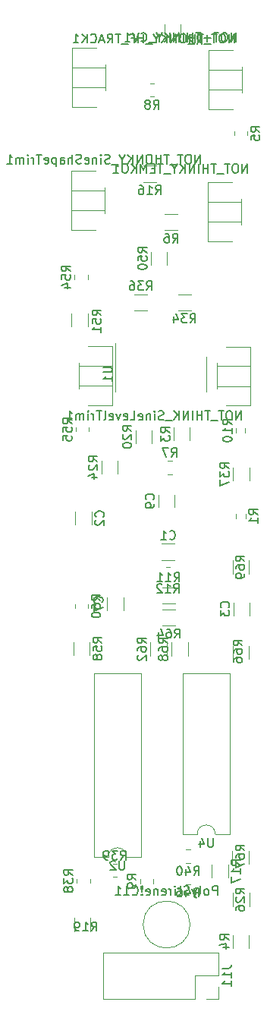
<source format=gbr>
%TF.GenerationSoftware,KiCad,Pcbnew,7.0.2*%
%TF.CreationDate,2023-06-27T14:21:51-04:00*%
%TF.ProjectId,as3340_no_mux,61733333-3430-45f6-9e6f-5f6d75782e6b,rev?*%
%TF.SameCoordinates,Original*%
%TF.FileFunction,Legend,Bot*%
%TF.FilePolarity,Positive*%
%FSLAX46Y46*%
G04 Gerber Fmt 4.6, Leading zero omitted, Abs format (unit mm)*
G04 Created by KiCad (PCBNEW 7.0.2) date 2023-06-27 14:21:51*
%MOMM*%
%LPD*%
G01*
G04 APERTURE LIST*
%ADD10C,0.150000*%
%ADD11C,0.120000*%
G04 APERTURE END LIST*
D10*
%TO.C,R12*%
X189415657Y-102696619D02*
X189748990Y-102220428D01*
X189987085Y-102696619D02*
X189987085Y-101696619D01*
X189987085Y-101696619D02*
X189606133Y-101696619D01*
X189606133Y-101696619D02*
X189510895Y-101744238D01*
X189510895Y-101744238D02*
X189463276Y-101791857D01*
X189463276Y-101791857D02*
X189415657Y-101887095D01*
X189415657Y-101887095D02*
X189415657Y-102029952D01*
X189415657Y-102029952D02*
X189463276Y-102125190D01*
X189463276Y-102125190D02*
X189510895Y-102172809D01*
X189510895Y-102172809D02*
X189606133Y-102220428D01*
X189606133Y-102220428D02*
X189987085Y-102220428D01*
X188463276Y-102696619D02*
X189034704Y-102696619D01*
X188748990Y-102696619D02*
X188748990Y-101696619D01*
X188748990Y-101696619D02*
X188844228Y-101839476D01*
X188844228Y-101839476D02*
X188939466Y-101934714D01*
X188939466Y-101934714D02*
X189034704Y-101982333D01*
X188082323Y-101791857D02*
X188034704Y-101744238D01*
X188034704Y-101744238D02*
X187939466Y-101696619D01*
X187939466Y-101696619D02*
X187701371Y-101696619D01*
X187701371Y-101696619D02*
X187606133Y-101744238D01*
X187606133Y-101744238D02*
X187558514Y-101791857D01*
X187558514Y-101791857D02*
X187510895Y-101887095D01*
X187510895Y-101887095D02*
X187510895Y-101982333D01*
X187510895Y-101982333D02*
X187558514Y-102125190D01*
X187558514Y-102125190D02*
X188129942Y-102696619D01*
X188129942Y-102696619D02*
X187510895Y-102696619D01*
%TO.C,R46*%
X191650857Y-136605619D02*
X191984190Y-136129428D01*
X192222285Y-136605619D02*
X192222285Y-135605619D01*
X192222285Y-135605619D02*
X191841333Y-135605619D01*
X191841333Y-135605619D02*
X191746095Y-135653238D01*
X191746095Y-135653238D02*
X191698476Y-135700857D01*
X191698476Y-135700857D02*
X191650857Y-135796095D01*
X191650857Y-135796095D02*
X191650857Y-135938952D01*
X191650857Y-135938952D02*
X191698476Y-136034190D01*
X191698476Y-136034190D02*
X191746095Y-136081809D01*
X191746095Y-136081809D02*
X191841333Y-136129428D01*
X191841333Y-136129428D02*
X192222285Y-136129428D01*
X190793714Y-135938952D02*
X190793714Y-136605619D01*
X191031809Y-135558000D02*
X191269904Y-136272285D01*
X191269904Y-136272285D02*
X190650857Y-136272285D01*
X189841333Y-135605619D02*
X190031809Y-135605619D01*
X190031809Y-135605619D02*
X190127047Y-135653238D01*
X190127047Y-135653238D02*
X190174666Y-135700857D01*
X190174666Y-135700857D02*
X190269904Y-135843714D01*
X190269904Y-135843714D02*
X190317523Y-136034190D01*
X190317523Y-136034190D02*
X190317523Y-136415142D01*
X190317523Y-136415142D02*
X190269904Y-136510380D01*
X190269904Y-136510380D02*
X190222285Y-136558000D01*
X190222285Y-136558000D02*
X190127047Y-136605619D01*
X190127047Y-136605619D02*
X189936571Y-136605619D01*
X189936571Y-136605619D02*
X189841333Y-136558000D01*
X189841333Y-136558000D02*
X189793714Y-136510380D01*
X189793714Y-136510380D02*
X189746095Y-136415142D01*
X189746095Y-136415142D02*
X189746095Y-136177047D01*
X189746095Y-136177047D02*
X189793714Y-136081809D01*
X189793714Y-136081809D02*
X189841333Y-136034190D01*
X189841333Y-136034190D02*
X189936571Y-135986571D01*
X189936571Y-135986571D02*
X190127047Y-135986571D01*
X190127047Y-135986571D02*
X190222285Y-136034190D01*
X190222285Y-136034190D02*
X190269904Y-136081809D01*
X190269904Y-136081809D02*
X190317523Y-136177047D01*
%TO.C,C1*%
X188939466Y-96662980D02*
X188987085Y-96710600D01*
X188987085Y-96710600D02*
X189129942Y-96758219D01*
X189129942Y-96758219D02*
X189225180Y-96758219D01*
X189225180Y-96758219D02*
X189368037Y-96710600D01*
X189368037Y-96710600D02*
X189463275Y-96615361D01*
X189463275Y-96615361D02*
X189510894Y-96520123D01*
X189510894Y-96520123D02*
X189558513Y-96329647D01*
X189558513Y-96329647D02*
X189558513Y-96186790D01*
X189558513Y-96186790D02*
X189510894Y-95996314D01*
X189510894Y-95996314D02*
X189463275Y-95901076D01*
X189463275Y-95901076D02*
X189368037Y-95805838D01*
X189368037Y-95805838D02*
X189225180Y-95758219D01*
X189225180Y-95758219D02*
X189129942Y-95758219D01*
X189129942Y-95758219D02*
X188987085Y-95805838D01*
X188987085Y-95805838D02*
X188939466Y-95853457D01*
X187987085Y-96758219D02*
X188558513Y-96758219D01*
X188272799Y-96758219D02*
X188272799Y-95758219D01*
X188272799Y-95758219D02*
X188368037Y-95901076D01*
X188368037Y-95901076D02*
X188463275Y-95996314D01*
X188463275Y-95996314D02*
X188558513Y-96043933D01*
%TO.C,R60*%
X181233419Y-103547942D02*
X180757228Y-103214609D01*
X181233419Y-102976514D02*
X180233419Y-102976514D01*
X180233419Y-102976514D02*
X180233419Y-103357466D01*
X180233419Y-103357466D02*
X180281038Y-103452704D01*
X180281038Y-103452704D02*
X180328657Y-103500323D01*
X180328657Y-103500323D02*
X180423895Y-103547942D01*
X180423895Y-103547942D02*
X180566752Y-103547942D01*
X180566752Y-103547942D02*
X180661990Y-103500323D01*
X180661990Y-103500323D02*
X180709609Y-103452704D01*
X180709609Y-103452704D02*
X180757228Y-103357466D01*
X180757228Y-103357466D02*
X180757228Y-102976514D01*
X180233419Y-104405085D02*
X180233419Y-104214609D01*
X180233419Y-104214609D02*
X180281038Y-104119371D01*
X180281038Y-104119371D02*
X180328657Y-104071752D01*
X180328657Y-104071752D02*
X180471514Y-103976514D01*
X180471514Y-103976514D02*
X180661990Y-103928895D01*
X180661990Y-103928895D02*
X181042942Y-103928895D01*
X181042942Y-103928895D02*
X181138180Y-103976514D01*
X181138180Y-103976514D02*
X181185800Y-104024133D01*
X181185800Y-104024133D02*
X181233419Y-104119371D01*
X181233419Y-104119371D02*
X181233419Y-104309847D01*
X181233419Y-104309847D02*
X181185800Y-104405085D01*
X181185800Y-104405085D02*
X181138180Y-104452704D01*
X181138180Y-104452704D02*
X181042942Y-104500323D01*
X181042942Y-104500323D02*
X180804847Y-104500323D01*
X180804847Y-104500323D02*
X180709609Y-104452704D01*
X180709609Y-104452704D02*
X180661990Y-104405085D01*
X180661990Y-104405085D02*
X180614371Y-104309847D01*
X180614371Y-104309847D02*
X180614371Y-104119371D01*
X180614371Y-104119371D02*
X180661990Y-104024133D01*
X180661990Y-104024133D02*
X180709609Y-103976514D01*
X180709609Y-103976514D02*
X180804847Y-103928895D01*
X180233419Y-105119371D02*
X180233419Y-105214609D01*
X180233419Y-105214609D02*
X180281038Y-105309847D01*
X180281038Y-105309847D02*
X180328657Y-105357466D01*
X180328657Y-105357466D02*
X180423895Y-105405085D01*
X180423895Y-105405085D02*
X180614371Y-105452704D01*
X180614371Y-105452704D02*
X180852466Y-105452704D01*
X180852466Y-105452704D02*
X181042942Y-105405085D01*
X181042942Y-105405085D02*
X181138180Y-105357466D01*
X181138180Y-105357466D02*
X181185800Y-105309847D01*
X181185800Y-105309847D02*
X181233419Y-105214609D01*
X181233419Y-105214609D02*
X181233419Y-105119371D01*
X181233419Y-105119371D02*
X181185800Y-105024133D01*
X181185800Y-105024133D02*
X181138180Y-104976514D01*
X181138180Y-104976514D02*
X181042942Y-104928895D01*
X181042942Y-104928895D02*
X180852466Y-104881276D01*
X180852466Y-104881276D02*
X180614371Y-104881276D01*
X180614371Y-104881276D02*
X180423895Y-104928895D01*
X180423895Y-104928895D02*
X180328657Y-104976514D01*
X180328657Y-104976514D02*
X180281038Y-105024133D01*
X180281038Y-105024133D02*
X180233419Y-105119371D01*
%TO.C,NOT_THONKY_HF_TRACK1*%
X196150381Y-41356619D02*
X196150381Y-40356619D01*
X196150381Y-40356619D02*
X195578953Y-41356619D01*
X195578953Y-41356619D02*
X195578953Y-40356619D01*
X194912286Y-40356619D02*
X194721810Y-40356619D01*
X194721810Y-40356619D02*
X194626572Y-40404238D01*
X194626572Y-40404238D02*
X194531334Y-40499476D01*
X194531334Y-40499476D02*
X194483715Y-40689952D01*
X194483715Y-40689952D02*
X194483715Y-41023285D01*
X194483715Y-41023285D02*
X194531334Y-41213761D01*
X194531334Y-41213761D02*
X194626572Y-41309000D01*
X194626572Y-41309000D02*
X194721810Y-41356619D01*
X194721810Y-41356619D02*
X194912286Y-41356619D01*
X194912286Y-41356619D02*
X195007524Y-41309000D01*
X195007524Y-41309000D02*
X195102762Y-41213761D01*
X195102762Y-41213761D02*
X195150381Y-41023285D01*
X195150381Y-41023285D02*
X195150381Y-40689952D01*
X195150381Y-40689952D02*
X195102762Y-40499476D01*
X195102762Y-40499476D02*
X195007524Y-40404238D01*
X195007524Y-40404238D02*
X194912286Y-40356619D01*
X194198000Y-40356619D02*
X193626572Y-40356619D01*
X193912286Y-41356619D02*
X193912286Y-40356619D01*
X193531334Y-41451857D02*
X192769429Y-41451857D01*
X192674190Y-40356619D02*
X192102762Y-40356619D01*
X192388476Y-41356619D02*
X192388476Y-40356619D01*
X191769428Y-41356619D02*
X191769428Y-40356619D01*
X191769428Y-40832809D02*
X191198000Y-40832809D01*
X191198000Y-41356619D02*
X191198000Y-40356619D01*
X190531333Y-40356619D02*
X190340857Y-40356619D01*
X190340857Y-40356619D02*
X190245619Y-40404238D01*
X190245619Y-40404238D02*
X190150381Y-40499476D01*
X190150381Y-40499476D02*
X190102762Y-40689952D01*
X190102762Y-40689952D02*
X190102762Y-41023285D01*
X190102762Y-41023285D02*
X190150381Y-41213761D01*
X190150381Y-41213761D02*
X190245619Y-41309000D01*
X190245619Y-41309000D02*
X190340857Y-41356619D01*
X190340857Y-41356619D02*
X190531333Y-41356619D01*
X190531333Y-41356619D02*
X190626571Y-41309000D01*
X190626571Y-41309000D02*
X190721809Y-41213761D01*
X190721809Y-41213761D02*
X190769428Y-41023285D01*
X190769428Y-41023285D02*
X190769428Y-40689952D01*
X190769428Y-40689952D02*
X190721809Y-40499476D01*
X190721809Y-40499476D02*
X190626571Y-40404238D01*
X190626571Y-40404238D02*
X190531333Y-40356619D01*
X189674190Y-41356619D02*
X189674190Y-40356619D01*
X189674190Y-40356619D02*
X189102762Y-41356619D01*
X189102762Y-41356619D02*
X189102762Y-40356619D01*
X188626571Y-41356619D02*
X188626571Y-40356619D01*
X188055143Y-41356619D02*
X188483714Y-40785190D01*
X188055143Y-40356619D02*
X188626571Y-40928047D01*
X187436095Y-40880428D02*
X187436095Y-41356619D01*
X187769428Y-40356619D02*
X187436095Y-40880428D01*
X187436095Y-40880428D02*
X187102762Y-40356619D01*
X187007524Y-41451857D02*
X186245619Y-41451857D01*
X186007523Y-41356619D02*
X186007523Y-40356619D01*
X186007523Y-40832809D02*
X185436095Y-40832809D01*
X185436095Y-41356619D02*
X185436095Y-40356619D01*
X184626571Y-40832809D02*
X184959904Y-40832809D01*
X184959904Y-41356619D02*
X184959904Y-40356619D01*
X184959904Y-40356619D02*
X184483714Y-40356619D01*
X184340857Y-41451857D02*
X183578952Y-41451857D01*
X183483713Y-40356619D02*
X182912285Y-40356619D01*
X183197999Y-41356619D02*
X183197999Y-40356619D01*
X182007523Y-41356619D02*
X182340856Y-40880428D01*
X182578951Y-41356619D02*
X182578951Y-40356619D01*
X182578951Y-40356619D02*
X182197999Y-40356619D01*
X182197999Y-40356619D02*
X182102761Y-40404238D01*
X182102761Y-40404238D02*
X182055142Y-40451857D01*
X182055142Y-40451857D02*
X182007523Y-40547095D01*
X182007523Y-40547095D02*
X182007523Y-40689952D01*
X182007523Y-40689952D02*
X182055142Y-40785190D01*
X182055142Y-40785190D02*
X182102761Y-40832809D01*
X182102761Y-40832809D02*
X182197999Y-40880428D01*
X182197999Y-40880428D02*
X182578951Y-40880428D01*
X181626570Y-41070904D02*
X181150380Y-41070904D01*
X181721808Y-41356619D02*
X181388475Y-40356619D01*
X181388475Y-40356619D02*
X181055142Y-41356619D01*
X180150380Y-41261380D02*
X180197999Y-41309000D01*
X180197999Y-41309000D02*
X180340856Y-41356619D01*
X180340856Y-41356619D02*
X180436094Y-41356619D01*
X180436094Y-41356619D02*
X180578951Y-41309000D01*
X180578951Y-41309000D02*
X180674189Y-41213761D01*
X180674189Y-41213761D02*
X180721808Y-41118523D01*
X180721808Y-41118523D02*
X180769427Y-40928047D01*
X180769427Y-40928047D02*
X180769427Y-40785190D01*
X180769427Y-40785190D02*
X180721808Y-40594714D01*
X180721808Y-40594714D02*
X180674189Y-40499476D01*
X180674189Y-40499476D02*
X180578951Y-40404238D01*
X180578951Y-40404238D02*
X180436094Y-40356619D01*
X180436094Y-40356619D02*
X180340856Y-40356619D01*
X180340856Y-40356619D02*
X180197999Y-40404238D01*
X180197999Y-40404238D02*
X180150380Y-40451857D01*
X179721808Y-41356619D02*
X179721808Y-40356619D01*
X179150380Y-41356619D02*
X179578951Y-40785190D01*
X179150380Y-40356619D02*
X179721808Y-40928047D01*
X178197999Y-41356619D02*
X178769427Y-41356619D01*
X178483713Y-41356619D02*
X178483713Y-40356619D01*
X178483713Y-40356619D02*
X178578951Y-40499476D01*
X178578951Y-40499476D02*
X178674189Y-40594714D01*
X178674189Y-40594714D02*
X178769427Y-40642333D01*
%TO.C,R69*%
X197312619Y-99179142D02*
X196836428Y-98845809D01*
X197312619Y-98607714D02*
X196312619Y-98607714D01*
X196312619Y-98607714D02*
X196312619Y-98988666D01*
X196312619Y-98988666D02*
X196360238Y-99083904D01*
X196360238Y-99083904D02*
X196407857Y-99131523D01*
X196407857Y-99131523D02*
X196503095Y-99179142D01*
X196503095Y-99179142D02*
X196645952Y-99179142D01*
X196645952Y-99179142D02*
X196741190Y-99131523D01*
X196741190Y-99131523D02*
X196788809Y-99083904D01*
X196788809Y-99083904D02*
X196836428Y-98988666D01*
X196836428Y-98988666D02*
X196836428Y-98607714D01*
X196312619Y-100036285D02*
X196312619Y-99845809D01*
X196312619Y-99845809D02*
X196360238Y-99750571D01*
X196360238Y-99750571D02*
X196407857Y-99702952D01*
X196407857Y-99702952D02*
X196550714Y-99607714D01*
X196550714Y-99607714D02*
X196741190Y-99560095D01*
X196741190Y-99560095D02*
X197122142Y-99560095D01*
X197122142Y-99560095D02*
X197217380Y-99607714D01*
X197217380Y-99607714D02*
X197265000Y-99655333D01*
X197265000Y-99655333D02*
X197312619Y-99750571D01*
X197312619Y-99750571D02*
X197312619Y-99941047D01*
X197312619Y-99941047D02*
X197265000Y-100036285D01*
X197265000Y-100036285D02*
X197217380Y-100083904D01*
X197217380Y-100083904D02*
X197122142Y-100131523D01*
X197122142Y-100131523D02*
X196884047Y-100131523D01*
X196884047Y-100131523D02*
X196788809Y-100083904D01*
X196788809Y-100083904D02*
X196741190Y-100036285D01*
X196741190Y-100036285D02*
X196693571Y-99941047D01*
X196693571Y-99941047D02*
X196693571Y-99750571D01*
X196693571Y-99750571D02*
X196741190Y-99655333D01*
X196741190Y-99655333D02*
X196788809Y-99607714D01*
X196788809Y-99607714D02*
X196884047Y-99560095D01*
X197312619Y-100607714D02*
X197312619Y-100798190D01*
X197312619Y-100798190D02*
X197265000Y-100893428D01*
X197265000Y-100893428D02*
X197217380Y-100941047D01*
X197217380Y-100941047D02*
X197074523Y-101036285D01*
X197074523Y-101036285D02*
X196884047Y-101083904D01*
X196884047Y-101083904D02*
X196503095Y-101083904D01*
X196503095Y-101083904D02*
X196407857Y-101036285D01*
X196407857Y-101036285D02*
X196360238Y-100988666D01*
X196360238Y-100988666D02*
X196312619Y-100893428D01*
X196312619Y-100893428D02*
X196312619Y-100702952D01*
X196312619Y-100702952D02*
X196360238Y-100607714D01*
X196360238Y-100607714D02*
X196407857Y-100560095D01*
X196407857Y-100560095D02*
X196503095Y-100512476D01*
X196503095Y-100512476D02*
X196741190Y-100512476D01*
X196741190Y-100512476D02*
X196836428Y-100560095D01*
X196836428Y-100560095D02*
X196884047Y-100607714D01*
X196884047Y-100607714D02*
X196931666Y-100702952D01*
X196931666Y-100702952D02*
X196931666Y-100893428D01*
X196931666Y-100893428D02*
X196884047Y-100988666D01*
X196884047Y-100988666D02*
X196836428Y-101036285D01*
X196836428Y-101036285D02*
X196741190Y-101083904D01*
%TO.C,R6*%
X189295066Y-63649019D02*
X189628399Y-63172828D01*
X189866494Y-63649019D02*
X189866494Y-62649019D01*
X189866494Y-62649019D02*
X189485542Y-62649019D01*
X189485542Y-62649019D02*
X189390304Y-62696638D01*
X189390304Y-62696638D02*
X189342685Y-62744257D01*
X189342685Y-62744257D02*
X189295066Y-62839495D01*
X189295066Y-62839495D02*
X189295066Y-62982352D01*
X189295066Y-62982352D02*
X189342685Y-63077590D01*
X189342685Y-63077590D02*
X189390304Y-63125209D01*
X189390304Y-63125209D02*
X189485542Y-63172828D01*
X189485542Y-63172828D02*
X189866494Y-63172828D01*
X188437923Y-62649019D02*
X188628399Y-62649019D01*
X188628399Y-62649019D02*
X188723637Y-62696638D01*
X188723637Y-62696638D02*
X188771256Y-62744257D01*
X188771256Y-62744257D02*
X188866494Y-62887114D01*
X188866494Y-62887114D02*
X188914113Y-63077590D01*
X188914113Y-63077590D02*
X188914113Y-63458542D01*
X188914113Y-63458542D02*
X188866494Y-63553780D01*
X188866494Y-63553780D02*
X188818875Y-63601400D01*
X188818875Y-63601400D02*
X188723637Y-63649019D01*
X188723637Y-63649019D02*
X188533161Y-63649019D01*
X188533161Y-63649019D02*
X188437923Y-63601400D01*
X188437923Y-63601400D02*
X188390304Y-63553780D01*
X188390304Y-63553780D02*
X188342685Y-63458542D01*
X188342685Y-63458542D02*
X188342685Y-63220447D01*
X188342685Y-63220447D02*
X188390304Y-63125209D01*
X188390304Y-63125209D02*
X188437923Y-63077590D01*
X188437923Y-63077590D02*
X188533161Y-63029971D01*
X188533161Y-63029971D02*
X188723637Y-63029971D01*
X188723637Y-63029971D02*
X188818875Y-63077590D01*
X188818875Y-63077590D02*
X188866494Y-63125209D01*
X188866494Y-63125209D02*
X188914113Y-63220447D01*
%TO.C,R55*%
X178035019Y-83837542D02*
X177558828Y-83504209D01*
X178035019Y-83266114D02*
X177035019Y-83266114D01*
X177035019Y-83266114D02*
X177035019Y-83647066D01*
X177035019Y-83647066D02*
X177082638Y-83742304D01*
X177082638Y-83742304D02*
X177130257Y-83789923D01*
X177130257Y-83789923D02*
X177225495Y-83837542D01*
X177225495Y-83837542D02*
X177368352Y-83837542D01*
X177368352Y-83837542D02*
X177463590Y-83789923D01*
X177463590Y-83789923D02*
X177511209Y-83742304D01*
X177511209Y-83742304D02*
X177558828Y-83647066D01*
X177558828Y-83647066D02*
X177558828Y-83266114D01*
X177035019Y-84742304D02*
X177035019Y-84266114D01*
X177035019Y-84266114D02*
X177511209Y-84218495D01*
X177511209Y-84218495D02*
X177463590Y-84266114D01*
X177463590Y-84266114D02*
X177415971Y-84361352D01*
X177415971Y-84361352D02*
X177415971Y-84599447D01*
X177415971Y-84599447D02*
X177463590Y-84694685D01*
X177463590Y-84694685D02*
X177511209Y-84742304D01*
X177511209Y-84742304D02*
X177606447Y-84789923D01*
X177606447Y-84789923D02*
X177844542Y-84789923D01*
X177844542Y-84789923D02*
X177939780Y-84742304D01*
X177939780Y-84742304D02*
X177987400Y-84694685D01*
X177987400Y-84694685D02*
X178035019Y-84599447D01*
X178035019Y-84599447D02*
X178035019Y-84361352D01*
X178035019Y-84361352D02*
X177987400Y-84266114D01*
X177987400Y-84266114D02*
X177939780Y-84218495D01*
X177035019Y-85694685D02*
X177035019Y-85218495D01*
X177035019Y-85218495D02*
X177511209Y-85170876D01*
X177511209Y-85170876D02*
X177463590Y-85218495D01*
X177463590Y-85218495D02*
X177415971Y-85313733D01*
X177415971Y-85313733D02*
X177415971Y-85551828D01*
X177415971Y-85551828D02*
X177463590Y-85647066D01*
X177463590Y-85647066D02*
X177511209Y-85694685D01*
X177511209Y-85694685D02*
X177606447Y-85742304D01*
X177606447Y-85742304D02*
X177844542Y-85742304D01*
X177844542Y-85742304D02*
X177939780Y-85694685D01*
X177939780Y-85694685D02*
X177987400Y-85647066D01*
X177987400Y-85647066D02*
X178035019Y-85551828D01*
X178035019Y-85551828D02*
X178035019Y-85313733D01*
X178035019Y-85313733D02*
X177987400Y-85218495D01*
X177987400Y-85218495D02*
X177939780Y-85170876D01*
%TO.C,R34*%
X191244457Y-72589819D02*
X191577790Y-72113628D01*
X191815885Y-72589819D02*
X191815885Y-71589819D01*
X191815885Y-71589819D02*
X191434933Y-71589819D01*
X191434933Y-71589819D02*
X191339695Y-71637438D01*
X191339695Y-71637438D02*
X191292076Y-71685057D01*
X191292076Y-71685057D02*
X191244457Y-71780295D01*
X191244457Y-71780295D02*
X191244457Y-71923152D01*
X191244457Y-71923152D02*
X191292076Y-72018390D01*
X191292076Y-72018390D02*
X191339695Y-72066009D01*
X191339695Y-72066009D02*
X191434933Y-72113628D01*
X191434933Y-72113628D02*
X191815885Y-72113628D01*
X190911123Y-71589819D02*
X190292076Y-71589819D01*
X190292076Y-71589819D02*
X190625409Y-71970771D01*
X190625409Y-71970771D02*
X190482552Y-71970771D01*
X190482552Y-71970771D02*
X190387314Y-72018390D01*
X190387314Y-72018390D02*
X190339695Y-72066009D01*
X190339695Y-72066009D02*
X190292076Y-72161247D01*
X190292076Y-72161247D02*
X190292076Y-72399342D01*
X190292076Y-72399342D02*
X190339695Y-72494580D01*
X190339695Y-72494580D02*
X190387314Y-72542200D01*
X190387314Y-72542200D02*
X190482552Y-72589819D01*
X190482552Y-72589819D02*
X190768266Y-72589819D01*
X190768266Y-72589819D02*
X190863504Y-72542200D01*
X190863504Y-72542200D02*
X190911123Y-72494580D01*
X189434933Y-71923152D02*
X189434933Y-72589819D01*
X189673028Y-71542200D02*
X189911123Y-72256485D01*
X189911123Y-72256485D02*
X189292076Y-72256485D01*
%TO.C,R4*%
X195543419Y-141412933D02*
X195067228Y-141079600D01*
X195543419Y-140841505D02*
X194543419Y-140841505D01*
X194543419Y-140841505D02*
X194543419Y-141222457D01*
X194543419Y-141222457D02*
X194591038Y-141317695D01*
X194591038Y-141317695D02*
X194638657Y-141365314D01*
X194638657Y-141365314D02*
X194733895Y-141412933D01*
X194733895Y-141412933D02*
X194876752Y-141412933D01*
X194876752Y-141412933D02*
X194971990Y-141365314D01*
X194971990Y-141365314D02*
X195019609Y-141317695D01*
X195019609Y-141317695D02*
X195067228Y-141222457D01*
X195067228Y-141222457D02*
X195067228Y-140841505D01*
X194876752Y-142270076D02*
X195543419Y-142270076D01*
X194495800Y-142031981D02*
X195210085Y-141793886D01*
X195210085Y-141793886D02*
X195210085Y-142412933D01*
%TO.C,R58*%
X181403419Y-108272342D02*
X180927228Y-107939009D01*
X181403419Y-107700914D02*
X180403419Y-107700914D01*
X180403419Y-107700914D02*
X180403419Y-108081866D01*
X180403419Y-108081866D02*
X180451038Y-108177104D01*
X180451038Y-108177104D02*
X180498657Y-108224723D01*
X180498657Y-108224723D02*
X180593895Y-108272342D01*
X180593895Y-108272342D02*
X180736752Y-108272342D01*
X180736752Y-108272342D02*
X180831990Y-108224723D01*
X180831990Y-108224723D02*
X180879609Y-108177104D01*
X180879609Y-108177104D02*
X180927228Y-108081866D01*
X180927228Y-108081866D02*
X180927228Y-107700914D01*
X180403419Y-109177104D02*
X180403419Y-108700914D01*
X180403419Y-108700914D02*
X180879609Y-108653295D01*
X180879609Y-108653295D02*
X180831990Y-108700914D01*
X180831990Y-108700914D02*
X180784371Y-108796152D01*
X180784371Y-108796152D02*
X180784371Y-109034247D01*
X180784371Y-109034247D02*
X180831990Y-109129485D01*
X180831990Y-109129485D02*
X180879609Y-109177104D01*
X180879609Y-109177104D02*
X180974847Y-109224723D01*
X180974847Y-109224723D02*
X181212942Y-109224723D01*
X181212942Y-109224723D02*
X181308180Y-109177104D01*
X181308180Y-109177104D02*
X181355800Y-109129485D01*
X181355800Y-109129485D02*
X181403419Y-109034247D01*
X181403419Y-109034247D02*
X181403419Y-108796152D01*
X181403419Y-108796152D02*
X181355800Y-108700914D01*
X181355800Y-108700914D02*
X181308180Y-108653295D01*
X180831990Y-109796152D02*
X180784371Y-109700914D01*
X180784371Y-109700914D02*
X180736752Y-109653295D01*
X180736752Y-109653295D02*
X180641514Y-109605676D01*
X180641514Y-109605676D02*
X180593895Y-109605676D01*
X180593895Y-109605676D02*
X180498657Y-109653295D01*
X180498657Y-109653295D02*
X180451038Y-109700914D01*
X180451038Y-109700914D02*
X180403419Y-109796152D01*
X180403419Y-109796152D02*
X180403419Y-109986628D01*
X180403419Y-109986628D02*
X180451038Y-110081866D01*
X180451038Y-110081866D02*
X180498657Y-110129485D01*
X180498657Y-110129485D02*
X180593895Y-110177104D01*
X180593895Y-110177104D02*
X180641514Y-110177104D01*
X180641514Y-110177104D02*
X180736752Y-110129485D01*
X180736752Y-110129485D02*
X180784371Y-110081866D01*
X180784371Y-110081866D02*
X180831990Y-109986628D01*
X180831990Y-109986628D02*
X180831990Y-109796152D01*
X180831990Y-109796152D02*
X180879609Y-109700914D01*
X180879609Y-109700914D02*
X180927228Y-109653295D01*
X180927228Y-109653295D02*
X181022466Y-109605676D01*
X181022466Y-109605676D02*
X181212942Y-109605676D01*
X181212942Y-109605676D02*
X181308180Y-109653295D01*
X181308180Y-109653295D02*
X181355800Y-109700914D01*
X181355800Y-109700914D02*
X181403419Y-109796152D01*
X181403419Y-109796152D02*
X181403419Y-109986628D01*
X181403419Y-109986628D02*
X181355800Y-110081866D01*
X181355800Y-110081866D02*
X181308180Y-110129485D01*
X181308180Y-110129485D02*
X181212942Y-110177104D01*
X181212942Y-110177104D02*
X181022466Y-110177104D01*
X181022466Y-110177104D02*
X180927228Y-110129485D01*
X180927228Y-110129485D02*
X180879609Y-110081866D01*
X180879609Y-110081866D02*
X180831990Y-109986628D01*
%TO.C,R11*%
X189466457Y-101453019D02*
X189799790Y-100976828D01*
X190037885Y-101453019D02*
X190037885Y-100453019D01*
X190037885Y-100453019D02*
X189656933Y-100453019D01*
X189656933Y-100453019D02*
X189561695Y-100500638D01*
X189561695Y-100500638D02*
X189514076Y-100548257D01*
X189514076Y-100548257D02*
X189466457Y-100643495D01*
X189466457Y-100643495D02*
X189466457Y-100786352D01*
X189466457Y-100786352D02*
X189514076Y-100881590D01*
X189514076Y-100881590D02*
X189561695Y-100929209D01*
X189561695Y-100929209D02*
X189656933Y-100976828D01*
X189656933Y-100976828D02*
X190037885Y-100976828D01*
X188514076Y-101453019D02*
X189085504Y-101453019D01*
X188799790Y-101453019D02*
X188799790Y-100453019D01*
X188799790Y-100453019D02*
X188895028Y-100595876D01*
X188895028Y-100595876D02*
X188990266Y-100691114D01*
X188990266Y-100691114D02*
X189085504Y-100738733D01*
X187561695Y-101453019D02*
X188133123Y-101453019D01*
X187847409Y-101453019D02*
X187847409Y-100453019D01*
X187847409Y-100453019D02*
X187942647Y-100595876D01*
X187942647Y-100595876D02*
X188037885Y-100691114D01*
X188037885Y-100691114D02*
X188133123Y-100738733D01*
%TO.C,R37*%
X195594219Y-88815942D02*
X195118028Y-88482609D01*
X195594219Y-88244514D02*
X194594219Y-88244514D01*
X194594219Y-88244514D02*
X194594219Y-88625466D01*
X194594219Y-88625466D02*
X194641838Y-88720704D01*
X194641838Y-88720704D02*
X194689457Y-88768323D01*
X194689457Y-88768323D02*
X194784695Y-88815942D01*
X194784695Y-88815942D02*
X194927552Y-88815942D01*
X194927552Y-88815942D02*
X195022790Y-88768323D01*
X195022790Y-88768323D02*
X195070409Y-88720704D01*
X195070409Y-88720704D02*
X195118028Y-88625466D01*
X195118028Y-88625466D02*
X195118028Y-88244514D01*
X194594219Y-89149276D02*
X194594219Y-89768323D01*
X194594219Y-89768323D02*
X194975171Y-89434990D01*
X194975171Y-89434990D02*
X194975171Y-89577847D01*
X194975171Y-89577847D02*
X195022790Y-89673085D01*
X195022790Y-89673085D02*
X195070409Y-89720704D01*
X195070409Y-89720704D02*
X195165647Y-89768323D01*
X195165647Y-89768323D02*
X195403742Y-89768323D01*
X195403742Y-89768323D02*
X195498980Y-89720704D01*
X195498980Y-89720704D02*
X195546600Y-89673085D01*
X195546600Y-89673085D02*
X195594219Y-89577847D01*
X195594219Y-89577847D02*
X195594219Y-89292133D01*
X195594219Y-89292133D02*
X195546600Y-89196895D01*
X195546600Y-89196895D02*
X195498980Y-89149276D01*
X194594219Y-90101657D02*
X194594219Y-90768323D01*
X194594219Y-90768323D02*
X195594219Y-90339752D01*
%TO.C,R16*%
X187383657Y-58264219D02*
X187716990Y-57788028D01*
X187955085Y-58264219D02*
X187955085Y-57264219D01*
X187955085Y-57264219D02*
X187574133Y-57264219D01*
X187574133Y-57264219D02*
X187478895Y-57311838D01*
X187478895Y-57311838D02*
X187431276Y-57359457D01*
X187431276Y-57359457D02*
X187383657Y-57454695D01*
X187383657Y-57454695D02*
X187383657Y-57597552D01*
X187383657Y-57597552D02*
X187431276Y-57692790D01*
X187431276Y-57692790D02*
X187478895Y-57740409D01*
X187478895Y-57740409D02*
X187574133Y-57788028D01*
X187574133Y-57788028D02*
X187955085Y-57788028D01*
X186431276Y-58264219D02*
X187002704Y-58264219D01*
X186716990Y-58264219D02*
X186716990Y-57264219D01*
X186716990Y-57264219D02*
X186812228Y-57407076D01*
X186812228Y-57407076D02*
X186907466Y-57502314D01*
X186907466Y-57502314D02*
X187002704Y-57549933D01*
X185574133Y-57264219D02*
X185764609Y-57264219D01*
X185764609Y-57264219D02*
X185859847Y-57311838D01*
X185859847Y-57311838D02*
X185907466Y-57359457D01*
X185907466Y-57359457D02*
X186002704Y-57502314D01*
X186002704Y-57502314D02*
X186050323Y-57692790D01*
X186050323Y-57692790D02*
X186050323Y-58073742D01*
X186050323Y-58073742D02*
X186002704Y-58168980D01*
X186002704Y-58168980D02*
X185955085Y-58216600D01*
X185955085Y-58216600D02*
X185859847Y-58264219D01*
X185859847Y-58264219D02*
X185669371Y-58264219D01*
X185669371Y-58264219D02*
X185574133Y-58216600D01*
X185574133Y-58216600D02*
X185526514Y-58168980D01*
X185526514Y-58168980D02*
X185478895Y-58073742D01*
X185478895Y-58073742D02*
X185478895Y-57835647D01*
X185478895Y-57835647D02*
X185526514Y-57740409D01*
X185526514Y-57740409D02*
X185574133Y-57692790D01*
X185574133Y-57692790D02*
X185669371Y-57645171D01*
X185669371Y-57645171D02*
X185859847Y-57645171D01*
X185859847Y-57645171D02*
X185955085Y-57692790D01*
X185955085Y-57692790D02*
X186002704Y-57740409D01*
X186002704Y-57740409D02*
X186050323Y-57835647D01*
%TO.C,U4*%
X193801904Y-130062619D02*
X193801904Y-130872142D01*
X193801904Y-130872142D02*
X193754285Y-130967380D01*
X193754285Y-130967380D02*
X193706666Y-131015000D01*
X193706666Y-131015000D02*
X193611428Y-131062619D01*
X193611428Y-131062619D02*
X193420952Y-131062619D01*
X193420952Y-131062619D02*
X193325714Y-131015000D01*
X193325714Y-131015000D02*
X193278095Y-130967380D01*
X193278095Y-130967380D02*
X193230476Y-130872142D01*
X193230476Y-130872142D02*
X193230476Y-130062619D01*
X192325714Y-130395952D02*
X192325714Y-131062619D01*
X192563809Y-130015000D02*
X192801904Y-130729285D01*
X192801904Y-130729285D02*
X192182857Y-130729285D01*
%TO.C,R10*%
X195882619Y-83939142D02*
X195406428Y-83605809D01*
X195882619Y-83367714D02*
X194882619Y-83367714D01*
X194882619Y-83367714D02*
X194882619Y-83748666D01*
X194882619Y-83748666D02*
X194930238Y-83843904D01*
X194930238Y-83843904D02*
X194977857Y-83891523D01*
X194977857Y-83891523D02*
X195073095Y-83939142D01*
X195073095Y-83939142D02*
X195215952Y-83939142D01*
X195215952Y-83939142D02*
X195311190Y-83891523D01*
X195311190Y-83891523D02*
X195358809Y-83843904D01*
X195358809Y-83843904D02*
X195406428Y-83748666D01*
X195406428Y-83748666D02*
X195406428Y-83367714D01*
X195882619Y-84891523D02*
X195882619Y-84320095D01*
X195882619Y-84605809D02*
X194882619Y-84605809D01*
X194882619Y-84605809D02*
X195025476Y-84510571D01*
X195025476Y-84510571D02*
X195120714Y-84415333D01*
X195120714Y-84415333D02*
X195168333Y-84320095D01*
X194882619Y-85510571D02*
X194882619Y-85605809D01*
X194882619Y-85605809D02*
X194930238Y-85701047D01*
X194930238Y-85701047D02*
X194977857Y-85748666D01*
X194977857Y-85748666D02*
X195073095Y-85796285D01*
X195073095Y-85796285D02*
X195263571Y-85843904D01*
X195263571Y-85843904D02*
X195501666Y-85843904D01*
X195501666Y-85843904D02*
X195692142Y-85796285D01*
X195692142Y-85796285D02*
X195787380Y-85748666D01*
X195787380Y-85748666D02*
X195835000Y-85701047D01*
X195835000Y-85701047D02*
X195882619Y-85605809D01*
X195882619Y-85605809D02*
X195882619Y-85510571D01*
X195882619Y-85510571D02*
X195835000Y-85415333D01*
X195835000Y-85415333D02*
X195787380Y-85367714D01*
X195787380Y-85367714D02*
X195692142Y-85320095D01*
X195692142Y-85320095D02*
X195501666Y-85272476D01*
X195501666Y-85272476D02*
X195263571Y-85272476D01*
X195263571Y-85272476D02*
X195073095Y-85320095D01*
X195073095Y-85320095D02*
X194977857Y-85367714D01*
X194977857Y-85367714D02*
X194930238Y-85415333D01*
X194930238Y-85415333D02*
X194882619Y-85510571D01*
%TO.C,R20*%
X184697619Y-84639642D02*
X184221428Y-84306309D01*
X184697619Y-84068214D02*
X183697619Y-84068214D01*
X183697619Y-84068214D02*
X183697619Y-84449166D01*
X183697619Y-84449166D02*
X183745238Y-84544404D01*
X183745238Y-84544404D02*
X183792857Y-84592023D01*
X183792857Y-84592023D02*
X183888095Y-84639642D01*
X183888095Y-84639642D02*
X184030952Y-84639642D01*
X184030952Y-84639642D02*
X184126190Y-84592023D01*
X184126190Y-84592023D02*
X184173809Y-84544404D01*
X184173809Y-84544404D02*
X184221428Y-84449166D01*
X184221428Y-84449166D02*
X184221428Y-84068214D01*
X183792857Y-85020595D02*
X183745238Y-85068214D01*
X183745238Y-85068214D02*
X183697619Y-85163452D01*
X183697619Y-85163452D02*
X183697619Y-85401547D01*
X183697619Y-85401547D02*
X183745238Y-85496785D01*
X183745238Y-85496785D02*
X183792857Y-85544404D01*
X183792857Y-85544404D02*
X183888095Y-85592023D01*
X183888095Y-85592023D02*
X183983333Y-85592023D01*
X183983333Y-85592023D02*
X184126190Y-85544404D01*
X184126190Y-85544404D02*
X184697619Y-84972976D01*
X184697619Y-84972976D02*
X184697619Y-85592023D01*
X183697619Y-86211071D02*
X183697619Y-86306309D01*
X183697619Y-86306309D02*
X183745238Y-86401547D01*
X183745238Y-86401547D02*
X183792857Y-86449166D01*
X183792857Y-86449166D02*
X183888095Y-86496785D01*
X183888095Y-86496785D02*
X184078571Y-86544404D01*
X184078571Y-86544404D02*
X184316666Y-86544404D01*
X184316666Y-86544404D02*
X184507142Y-86496785D01*
X184507142Y-86496785D02*
X184602380Y-86449166D01*
X184602380Y-86449166D02*
X184650000Y-86401547D01*
X184650000Y-86401547D02*
X184697619Y-86306309D01*
X184697619Y-86306309D02*
X184697619Y-86211071D01*
X184697619Y-86211071D02*
X184650000Y-86115833D01*
X184650000Y-86115833D02*
X184602380Y-86068214D01*
X184602380Y-86068214D02*
X184507142Y-86020595D01*
X184507142Y-86020595D02*
X184316666Y-85972976D01*
X184316666Y-85972976D02*
X184078571Y-85972976D01*
X184078571Y-85972976D02*
X183888095Y-86020595D01*
X183888095Y-86020595D02*
X183792857Y-86068214D01*
X183792857Y-86068214D02*
X183745238Y-86115833D01*
X183745238Y-86115833D02*
X183697619Y-86211071D01*
%TO.C,R67*%
X197312619Y-131437142D02*
X196836428Y-131103809D01*
X197312619Y-130865714D02*
X196312619Y-130865714D01*
X196312619Y-130865714D02*
X196312619Y-131246666D01*
X196312619Y-131246666D02*
X196360238Y-131341904D01*
X196360238Y-131341904D02*
X196407857Y-131389523D01*
X196407857Y-131389523D02*
X196503095Y-131437142D01*
X196503095Y-131437142D02*
X196645952Y-131437142D01*
X196645952Y-131437142D02*
X196741190Y-131389523D01*
X196741190Y-131389523D02*
X196788809Y-131341904D01*
X196788809Y-131341904D02*
X196836428Y-131246666D01*
X196836428Y-131246666D02*
X196836428Y-130865714D01*
X196312619Y-132294285D02*
X196312619Y-132103809D01*
X196312619Y-132103809D02*
X196360238Y-132008571D01*
X196360238Y-132008571D02*
X196407857Y-131960952D01*
X196407857Y-131960952D02*
X196550714Y-131865714D01*
X196550714Y-131865714D02*
X196741190Y-131818095D01*
X196741190Y-131818095D02*
X197122142Y-131818095D01*
X197122142Y-131818095D02*
X197217380Y-131865714D01*
X197217380Y-131865714D02*
X197265000Y-131913333D01*
X197265000Y-131913333D02*
X197312619Y-132008571D01*
X197312619Y-132008571D02*
X197312619Y-132199047D01*
X197312619Y-132199047D02*
X197265000Y-132294285D01*
X197265000Y-132294285D02*
X197217380Y-132341904D01*
X197217380Y-132341904D02*
X197122142Y-132389523D01*
X197122142Y-132389523D02*
X196884047Y-132389523D01*
X196884047Y-132389523D02*
X196788809Y-132341904D01*
X196788809Y-132341904D02*
X196741190Y-132294285D01*
X196741190Y-132294285D02*
X196693571Y-132199047D01*
X196693571Y-132199047D02*
X196693571Y-132008571D01*
X196693571Y-132008571D02*
X196741190Y-131913333D01*
X196741190Y-131913333D02*
X196788809Y-131865714D01*
X196788809Y-131865714D02*
X196884047Y-131818095D01*
X196312619Y-132722857D02*
X196312619Y-133389523D01*
X196312619Y-133389523D02*
X197312619Y-132960952D01*
%TO.C,U1*%
X181522619Y-77535095D02*
X182332142Y-77535095D01*
X182332142Y-77535095D02*
X182427380Y-77582714D01*
X182427380Y-77582714D02*
X182475000Y-77630333D01*
X182475000Y-77630333D02*
X182522619Y-77725571D01*
X182522619Y-77725571D02*
X182522619Y-77916047D01*
X182522619Y-77916047D02*
X182475000Y-78011285D01*
X182475000Y-78011285D02*
X182427380Y-78058904D01*
X182427380Y-78058904D02*
X182332142Y-78106523D01*
X182332142Y-78106523D02*
X181522619Y-78106523D01*
X182522619Y-79106523D02*
X182522619Y-78535095D01*
X182522619Y-78820809D02*
X181522619Y-78820809D01*
X181522619Y-78820809D02*
X181665476Y-78725571D01*
X181665476Y-78725571D02*
X181760714Y-78630333D01*
X181760714Y-78630333D02*
X181808333Y-78535095D01*
%TO.C,R9*%
X185197819Y-134707333D02*
X184721628Y-134374000D01*
X185197819Y-134135905D02*
X184197819Y-134135905D01*
X184197819Y-134135905D02*
X184197819Y-134516857D01*
X184197819Y-134516857D02*
X184245438Y-134612095D01*
X184245438Y-134612095D02*
X184293057Y-134659714D01*
X184293057Y-134659714D02*
X184388295Y-134707333D01*
X184388295Y-134707333D02*
X184531152Y-134707333D01*
X184531152Y-134707333D02*
X184626390Y-134659714D01*
X184626390Y-134659714D02*
X184674009Y-134612095D01*
X184674009Y-134612095D02*
X184721628Y-134516857D01*
X184721628Y-134516857D02*
X184721628Y-134135905D01*
X185197819Y-135183524D02*
X185197819Y-135374000D01*
X185197819Y-135374000D02*
X185150200Y-135469238D01*
X185150200Y-135469238D02*
X185102580Y-135516857D01*
X185102580Y-135516857D02*
X184959723Y-135612095D01*
X184959723Y-135612095D02*
X184769247Y-135659714D01*
X184769247Y-135659714D02*
X184388295Y-135659714D01*
X184388295Y-135659714D02*
X184293057Y-135612095D01*
X184293057Y-135612095D02*
X184245438Y-135564476D01*
X184245438Y-135564476D02*
X184197819Y-135469238D01*
X184197819Y-135469238D02*
X184197819Y-135278762D01*
X184197819Y-135278762D02*
X184245438Y-135183524D01*
X184245438Y-135183524D02*
X184293057Y-135135905D01*
X184293057Y-135135905D02*
X184388295Y-135088286D01*
X184388295Y-135088286D02*
X184626390Y-135088286D01*
X184626390Y-135088286D02*
X184721628Y-135135905D01*
X184721628Y-135135905D02*
X184769247Y-135183524D01*
X184769247Y-135183524D02*
X184816866Y-135278762D01*
X184816866Y-135278762D02*
X184816866Y-135469238D01*
X184816866Y-135469238D02*
X184769247Y-135564476D01*
X184769247Y-135564476D02*
X184721628Y-135612095D01*
X184721628Y-135612095D02*
X184626390Y-135659714D01*
%TO.C,R26*%
X197312619Y-136263142D02*
X196836428Y-135929809D01*
X197312619Y-135691714D02*
X196312619Y-135691714D01*
X196312619Y-135691714D02*
X196312619Y-136072666D01*
X196312619Y-136072666D02*
X196360238Y-136167904D01*
X196360238Y-136167904D02*
X196407857Y-136215523D01*
X196407857Y-136215523D02*
X196503095Y-136263142D01*
X196503095Y-136263142D02*
X196645952Y-136263142D01*
X196645952Y-136263142D02*
X196741190Y-136215523D01*
X196741190Y-136215523D02*
X196788809Y-136167904D01*
X196788809Y-136167904D02*
X196836428Y-136072666D01*
X196836428Y-136072666D02*
X196836428Y-135691714D01*
X196407857Y-136644095D02*
X196360238Y-136691714D01*
X196360238Y-136691714D02*
X196312619Y-136786952D01*
X196312619Y-136786952D02*
X196312619Y-137025047D01*
X196312619Y-137025047D02*
X196360238Y-137120285D01*
X196360238Y-137120285D02*
X196407857Y-137167904D01*
X196407857Y-137167904D02*
X196503095Y-137215523D01*
X196503095Y-137215523D02*
X196598333Y-137215523D01*
X196598333Y-137215523D02*
X196741190Y-137167904D01*
X196741190Y-137167904D02*
X197312619Y-136596476D01*
X197312619Y-136596476D02*
X197312619Y-137215523D01*
X196312619Y-138072666D02*
X196312619Y-137882190D01*
X196312619Y-137882190D02*
X196360238Y-137786952D01*
X196360238Y-137786952D02*
X196407857Y-137739333D01*
X196407857Y-137739333D02*
X196550714Y-137644095D01*
X196550714Y-137644095D02*
X196741190Y-137596476D01*
X196741190Y-137596476D02*
X197122142Y-137596476D01*
X197122142Y-137596476D02*
X197217380Y-137644095D01*
X197217380Y-137644095D02*
X197265000Y-137691714D01*
X197265000Y-137691714D02*
X197312619Y-137786952D01*
X197312619Y-137786952D02*
X197312619Y-137977428D01*
X197312619Y-137977428D02*
X197265000Y-138072666D01*
X197265000Y-138072666D02*
X197217380Y-138120285D01*
X197217380Y-138120285D02*
X197122142Y-138167904D01*
X197122142Y-138167904D02*
X196884047Y-138167904D01*
X196884047Y-138167904D02*
X196788809Y-138120285D01*
X196788809Y-138120285D02*
X196741190Y-138072666D01*
X196741190Y-138072666D02*
X196693571Y-137977428D01*
X196693571Y-137977428D02*
X196693571Y-137786952D01*
X196693571Y-137786952D02*
X196741190Y-137691714D01*
X196741190Y-137691714D02*
X196788809Y-137644095D01*
X196788809Y-137644095D02*
X196884047Y-137596476D01*
%TO.C,R64*%
X189517257Y-107743419D02*
X189850590Y-107267228D01*
X190088685Y-107743419D02*
X190088685Y-106743419D01*
X190088685Y-106743419D02*
X189707733Y-106743419D01*
X189707733Y-106743419D02*
X189612495Y-106791038D01*
X189612495Y-106791038D02*
X189564876Y-106838657D01*
X189564876Y-106838657D02*
X189517257Y-106933895D01*
X189517257Y-106933895D02*
X189517257Y-107076752D01*
X189517257Y-107076752D02*
X189564876Y-107171990D01*
X189564876Y-107171990D02*
X189612495Y-107219609D01*
X189612495Y-107219609D02*
X189707733Y-107267228D01*
X189707733Y-107267228D02*
X190088685Y-107267228D01*
X188660114Y-106743419D02*
X188850590Y-106743419D01*
X188850590Y-106743419D02*
X188945828Y-106791038D01*
X188945828Y-106791038D02*
X188993447Y-106838657D01*
X188993447Y-106838657D02*
X189088685Y-106981514D01*
X189088685Y-106981514D02*
X189136304Y-107171990D01*
X189136304Y-107171990D02*
X189136304Y-107552942D01*
X189136304Y-107552942D02*
X189088685Y-107648180D01*
X189088685Y-107648180D02*
X189041066Y-107695800D01*
X189041066Y-107695800D02*
X188945828Y-107743419D01*
X188945828Y-107743419D02*
X188755352Y-107743419D01*
X188755352Y-107743419D02*
X188660114Y-107695800D01*
X188660114Y-107695800D02*
X188612495Y-107648180D01*
X188612495Y-107648180D02*
X188564876Y-107552942D01*
X188564876Y-107552942D02*
X188564876Y-107314847D01*
X188564876Y-107314847D02*
X188612495Y-107219609D01*
X188612495Y-107219609D02*
X188660114Y-107171990D01*
X188660114Y-107171990D02*
X188755352Y-107124371D01*
X188755352Y-107124371D02*
X188945828Y-107124371D01*
X188945828Y-107124371D02*
X189041066Y-107171990D01*
X189041066Y-107171990D02*
X189088685Y-107219609D01*
X189088685Y-107219609D02*
X189136304Y-107314847D01*
X187707733Y-107076752D02*
X187707733Y-107743419D01*
X187945828Y-106695800D02*
X188183923Y-107410085D01*
X188183923Y-107410085D02*
X187564876Y-107410085D01*
%TO.C,R19*%
X180220857Y-140416619D02*
X180554190Y-139940428D01*
X180792285Y-140416619D02*
X180792285Y-139416619D01*
X180792285Y-139416619D02*
X180411333Y-139416619D01*
X180411333Y-139416619D02*
X180316095Y-139464238D01*
X180316095Y-139464238D02*
X180268476Y-139511857D01*
X180268476Y-139511857D02*
X180220857Y-139607095D01*
X180220857Y-139607095D02*
X180220857Y-139749952D01*
X180220857Y-139749952D02*
X180268476Y-139845190D01*
X180268476Y-139845190D02*
X180316095Y-139892809D01*
X180316095Y-139892809D02*
X180411333Y-139940428D01*
X180411333Y-139940428D02*
X180792285Y-139940428D01*
X179268476Y-140416619D02*
X179839904Y-140416619D01*
X179554190Y-140416619D02*
X179554190Y-139416619D01*
X179554190Y-139416619D02*
X179649428Y-139559476D01*
X179649428Y-139559476D02*
X179744666Y-139654714D01*
X179744666Y-139654714D02*
X179839904Y-139702333D01*
X178792285Y-140416619D02*
X178601809Y-140416619D01*
X178601809Y-140416619D02*
X178506571Y-140369000D01*
X178506571Y-140369000D02*
X178458952Y-140321380D01*
X178458952Y-140321380D02*
X178363714Y-140178523D01*
X178363714Y-140178523D02*
X178316095Y-139988047D01*
X178316095Y-139988047D02*
X178316095Y-139607095D01*
X178316095Y-139607095D02*
X178363714Y-139511857D01*
X178363714Y-139511857D02*
X178411333Y-139464238D01*
X178411333Y-139464238D02*
X178506571Y-139416619D01*
X178506571Y-139416619D02*
X178697047Y-139416619D01*
X178697047Y-139416619D02*
X178792285Y-139464238D01*
X178792285Y-139464238D02*
X178839904Y-139511857D01*
X178839904Y-139511857D02*
X178887523Y-139607095D01*
X178887523Y-139607095D02*
X178887523Y-139845190D01*
X178887523Y-139845190D02*
X178839904Y-139940428D01*
X178839904Y-139940428D02*
X178792285Y-139988047D01*
X178792285Y-139988047D02*
X178697047Y-140035666D01*
X178697047Y-140035666D02*
X178506571Y-140035666D01*
X178506571Y-140035666D02*
X178411333Y-139988047D01*
X178411333Y-139988047D02*
X178363714Y-139940428D01*
X178363714Y-139940428D02*
X178316095Y-139845190D01*
%TO.C,R3*%
X188939419Y-84821733D02*
X188463228Y-84488400D01*
X188939419Y-84250305D02*
X187939419Y-84250305D01*
X187939419Y-84250305D02*
X187939419Y-84631257D01*
X187939419Y-84631257D02*
X187987038Y-84726495D01*
X187987038Y-84726495D02*
X188034657Y-84774114D01*
X188034657Y-84774114D02*
X188129895Y-84821733D01*
X188129895Y-84821733D02*
X188272752Y-84821733D01*
X188272752Y-84821733D02*
X188367990Y-84774114D01*
X188367990Y-84774114D02*
X188415609Y-84726495D01*
X188415609Y-84726495D02*
X188463228Y-84631257D01*
X188463228Y-84631257D02*
X188463228Y-84250305D01*
X187939419Y-85155067D02*
X187939419Y-85774114D01*
X187939419Y-85774114D02*
X188320371Y-85440781D01*
X188320371Y-85440781D02*
X188320371Y-85583638D01*
X188320371Y-85583638D02*
X188367990Y-85678876D01*
X188367990Y-85678876D02*
X188415609Y-85726495D01*
X188415609Y-85726495D02*
X188510847Y-85774114D01*
X188510847Y-85774114D02*
X188748942Y-85774114D01*
X188748942Y-85774114D02*
X188844180Y-85726495D01*
X188844180Y-85726495D02*
X188891800Y-85678876D01*
X188891800Y-85678876D02*
X188939419Y-85583638D01*
X188939419Y-85583638D02*
X188939419Y-85297924D01*
X188939419Y-85297924D02*
X188891800Y-85202686D01*
X188891800Y-85202686D02*
X188844180Y-85155067D01*
%TO.C,NOT_THINK_SineLevelTrim1*%
X196939276Y-83419019D02*
X196939276Y-82419019D01*
X196939276Y-82419019D02*
X196367848Y-83419019D01*
X196367848Y-83419019D02*
X196367848Y-82419019D01*
X195701181Y-82419019D02*
X195510705Y-82419019D01*
X195510705Y-82419019D02*
X195415467Y-82466638D01*
X195415467Y-82466638D02*
X195320229Y-82561876D01*
X195320229Y-82561876D02*
X195272610Y-82752352D01*
X195272610Y-82752352D02*
X195272610Y-83085685D01*
X195272610Y-83085685D02*
X195320229Y-83276161D01*
X195320229Y-83276161D02*
X195415467Y-83371400D01*
X195415467Y-83371400D02*
X195510705Y-83419019D01*
X195510705Y-83419019D02*
X195701181Y-83419019D01*
X195701181Y-83419019D02*
X195796419Y-83371400D01*
X195796419Y-83371400D02*
X195891657Y-83276161D01*
X195891657Y-83276161D02*
X195939276Y-83085685D01*
X195939276Y-83085685D02*
X195939276Y-82752352D01*
X195939276Y-82752352D02*
X195891657Y-82561876D01*
X195891657Y-82561876D02*
X195796419Y-82466638D01*
X195796419Y-82466638D02*
X195701181Y-82419019D01*
X194986895Y-82419019D02*
X194415467Y-82419019D01*
X194701181Y-83419019D02*
X194701181Y-82419019D01*
X194320229Y-83514257D02*
X193558324Y-83514257D01*
X193463085Y-82419019D02*
X192891657Y-82419019D01*
X193177371Y-83419019D02*
X193177371Y-82419019D01*
X192558323Y-83419019D02*
X192558323Y-82419019D01*
X192558323Y-82895209D02*
X191986895Y-82895209D01*
X191986895Y-83419019D02*
X191986895Y-82419019D01*
X191510704Y-83419019D02*
X191510704Y-82419019D01*
X191034514Y-83419019D02*
X191034514Y-82419019D01*
X191034514Y-82419019D02*
X190463086Y-83419019D01*
X190463086Y-83419019D02*
X190463086Y-82419019D01*
X189986895Y-83419019D02*
X189986895Y-82419019D01*
X189415467Y-83419019D02*
X189844038Y-82847590D01*
X189415467Y-82419019D02*
X189986895Y-82990447D01*
X189224991Y-83514257D02*
X188463086Y-83514257D01*
X188272609Y-83371400D02*
X188129752Y-83419019D01*
X188129752Y-83419019D02*
X187891657Y-83419019D01*
X187891657Y-83419019D02*
X187796419Y-83371400D01*
X187796419Y-83371400D02*
X187748800Y-83323780D01*
X187748800Y-83323780D02*
X187701181Y-83228542D01*
X187701181Y-83228542D02*
X187701181Y-83133304D01*
X187701181Y-83133304D02*
X187748800Y-83038066D01*
X187748800Y-83038066D02*
X187796419Y-82990447D01*
X187796419Y-82990447D02*
X187891657Y-82942828D01*
X187891657Y-82942828D02*
X188082133Y-82895209D01*
X188082133Y-82895209D02*
X188177371Y-82847590D01*
X188177371Y-82847590D02*
X188224990Y-82799971D01*
X188224990Y-82799971D02*
X188272609Y-82704733D01*
X188272609Y-82704733D02*
X188272609Y-82609495D01*
X188272609Y-82609495D02*
X188224990Y-82514257D01*
X188224990Y-82514257D02*
X188177371Y-82466638D01*
X188177371Y-82466638D02*
X188082133Y-82419019D01*
X188082133Y-82419019D02*
X187844038Y-82419019D01*
X187844038Y-82419019D02*
X187701181Y-82466638D01*
X187272609Y-83419019D02*
X187272609Y-82752352D01*
X187272609Y-82419019D02*
X187320228Y-82466638D01*
X187320228Y-82466638D02*
X187272609Y-82514257D01*
X187272609Y-82514257D02*
X187224990Y-82466638D01*
X187224990Y-82466638D02*
X187272609Y-82419019D01*
X187272609Y-82419019D02*
X187272609Y-82514257D01*
X186796419Y-82752352D02*
X186796419Y-83419019D01*
X186796419Y-82847590D02*
X186748800Y-82799971D01*
X186748800Y-82799971D02*
X186653562Y-82752352D01*
X186653562Y-82752352D02*
X186510705Y-82752352D01*
X186510705Y-82752352D02*
X186415467Y-82799971D01*
X186415467Y-82799971D02*
X186367848Y-82895209D01*
X186367848Y-82895209D02*
X186367848Y-83419019D01*
X185510705Y-83371400D02*
X185605943Y-83419019D01*
X185605943Y-83419019D02*
X185796419Y-83419019D01*
X185796419Y-83419019D02*
X185891657Y-83371400D01*
X185891657Y-83371400D02*
X185939276Y-83276161D01*
X185939276Y-83276161D02*
X185939276Y-82895209D01*
X185939276Y-82895209D02*
X185891657Y-82799971D01*
X185891657Y-82799971D02*
X185796419Y-82752352D01*
X185796419Y-82752352D02*
X185605943Y-82752352D01*
X185605943Y-82752352D02*
X185510705Y-82799971D01*
X185510705Y-82799971D02*
X185463086Y-82895209D01*
X185463086Y-82895209D02*
X185463086Y-82990447D01*
X185463086Y-82990447D02*
X185939276Y-83085685D01*
X184558324Y-83419019D02*
X185034514Y-83419019D01*
X185034514Y-83419019D02*
X185034514Y-82419019D01*
X183844038Y-83371400D02*
X183939276Y-83419019D01*
X183939276Y-83419019D02*
X184129752Y-83419019D01*
X184129752Y-83419019D02*
X184224990Y-83371400D01*
X184224990Y-83371400D02*
X184272609Y-83276161D01*
X184272609Y-83276161D02*
X184272609Y-82895209D01*
X184272609Y-82895209D02*
X184224990Y-82799971D01*
X184224990Y-82799971D02*
X184129752Y-82752352D01*
X184129752Y-82752352D02*
X183939276Y-82752352D01*
X183939276Y-82752352D02*
X183844038Y-82799971D01*
X183844038Y-82799971D02*
X183796419Y-82895209D01*
X183796419Y-82895209D02*
X183796419Y-82990447D01*
X183796419Y-82990447D02*
X184272609Y-83085685D01*
X183463085Y-82752352D02*
X183224990Y-83419019D01*
X183224990Y-83419019D02*
X182986895Y-82752352D01*
X182224990Y-83371400D02*
X182320228Y-83419019D01*
X182320228Y-83419019D02*
X182510704Y-83419019D01*
X182510704Y-83419019D02*
X182605942Y-83371400D01*
X182605942Y-83371400D02*
X182653561Y-83276161D01*
X182653561Y-83276161D02*
X182653561Y-82895209D01*
X182653561Y-82895209D02*
X182605942Y-82799971D01*
X182605942Y-82799971D02*
X182510704Y-82752352D01*
X182510704Y-82752352D02*
X182320228Y-82752352D01*
X182320228Y-82752352D02*
X182224990Y-82799971D01*
X182224990Y-82799971D02*
X182177371Y-82895209D01*
X182177371Y-82895209D02*
X182177371Y-82990447D01*
X182177371Y-82990447D02*
X182653561Y-83085685D01*
X181605942Y-83419019D02*
X181701180Y-83371400D01*
X181701180Y-83371400D02*
X181748799Y-83276161D01*
X181748799Y-83276161D02*
X181748799Y-82419019D01*
X181367846Y-82419019D02*
X180796418Y-82419019D01*
X181082132Y-83419019D02*
X181082132Y-82419019D01*
X180463084Y-83419019D02*
X180463084Y-82752352D01*
X180463084Y-82942828D02*
X180415465Y-82847590D01*
X180415465Y-82847590D02*
X180367846Y-82799971D01*
X180367846Y-82799971D02*
X180272608Y-82752352D01*
X180272608Y-82752352D02*
X180177370Y-82752352D01*
X179844036Y-83419019D02*
X179844036Y-82752352D01*
X179844036Y-82419019D02*
X179891655Y-82466638D01*
X179891655Y-82466638D02*
X179844036Y-82514257D01*
X179844036Y-82514257D02*
X179796417Y-82466638D01*
X179796417Y-82466638D02*
X179844036Y-82419019D01*
X179844036Y-82419019D02*
X179844036Y-82514257D01*
X179367846Y-83419019D02*
X179367846Y-82752352D01*
X179367846Y-82847590D02*
X179320227Y-82799971D01*
X179320227Y-82799971D02*
X179224989Y-82752352D01*
X179224989Y-82752352D02*
X179082132Y-82752352D01*
X179082132Y-82752352D02*
X178986894Y-82799971D01*
X178986894Y-82799971D02*
X178939275Y-82895209D01*
X178939275Y-82895209D02*
X178939275Y-83419019D01*
X178939275Y-82895209D02*
X178891656Y-82799971D01*
X178891656Y-82799971D02*
X178796418Y-82752352D01*
X178796418Y-82752352D02*
X178653561Y-82752352D01*
X178653561Y-82752352D02*
X178558322Y-82799971D01*
X178558322Y-82799971D02*
X178510703Y-82895209D01*
X178510703Y-82895209D02*
X178510703Y-83419019D01*
X177510704Y-83419019D02*
X178082132Y-83419019D01*
X177796418Y-83419019D02*
X177796418Y-82419019D01*
X177796418Y-82419019D02*
X177891656Y-82561876D01*
X177891656Y-82561876D02*
X177986894Y-82657114D01*
X177986894Y-82657114D02*
X178082132Y-82704733D01*
%TO.C,R54*%
X177882619Y-66830242D02*
X177406428Y-66496909D01*
X177882619Y-66258814D02*
X176882619Y-66258814D01*
X176882619Y-66258814D02*
X176882619Y-66639766D01*
X176882619Y-66639766D02*
X176930238Y-66735004D01*
X176930238Y-66735004D02*
X176977857Y-66782623D01*
X176977857Y-66782623D02*
X177073095Y-66830242D01*
X177073095Y-66830242D02*
X177215952Y-66830242D01*
X177215952Y-66830242D02*
X177311190Y-66782623D01*
X177311190Y-66782623D02*
X177358809Y-66735004D01*
X177358809Y-66735004D02*
X177406428Y-66639766D01*
X177406428Y-66639766D02*
X177406428Y-66258814D01*
X176882619Y-67735004D02*
X176882619Y-67258814D01*
X176882619Y-67258814D02*
X177358809Y-67211195D01*
X177358809Y-67211195D02*
X177311190Y-67258814D01*
X177311190Y-67258814D02*
X177263571Y-67354052D01*
X177263571Y-67354052D02*
X177263571Y-67592147D01*
X177263571Y-67592147D02*
X177311190Y-67687385D01*
X177311190Y-67687385D02*
X177358809Y-67735004D01*
X177358809Y-67735004D02*
X177454047Y-67782623D01*
X177454047Y-67782623D02*
X177692142Y-67782623D01*
X177692142Y-67782623D02*
X177787380Y-67735004D01*
X177787380Y-67735004D02*
X177835000Y-67687385D01*
X177835000Y-67687385D02*
X177882619Y-67592147D01*
X177882619Y-67592147D02*
X177882619Y-67354052D01*
X177882619Y-67354052D02*
X177835000Y-67258814D01*
X177835000Y-67258814D02*
X177787380Y-67211195D01*
X177215952Y-68639766D02*
X177882619Y-68639766D01*
X176835000Y-68401671D02*
X177549285Y-68163576D01*
X177549285Y-68163576D02*
X177549285Y-68782623D01*
%TO.C,R7*%
X189142666Y-87560219D02*
X189475999Y-87084028D01*
X189714094Y-87560219D02*
X189714094Y-86560219D01*
X189714094Y-86560219D02*
X189333142Y-86560219D01*
X189333142Y-86560219D02*
X189237904Y-86607838D01*
X189237904Y-86607838D02*
X189190285Y-86655457D01*
X189190285Y-86655457D02*
X189142666Y-86750695D01*
X189142666Y-86750695D02*
X189142666Y-86893552D01*
X189142666Y-86893552D02*
X189190285Y-86988790D01*
X189190285Y-86988790D02*
X189237904Y-87036409D01*
X189237904Y-87036409D02*
X189333142Y-87084028D01*
X189333142Y-87084028D02*
X189714094Y-87084028D01*
X188809332Y-86560219D02*
X188142666Y-86560219D01*
X188142666Y-86560219D02*
X188571237Y-87560219D01*
%TO.C,R2*%
X191987466Y-41509019D02*
X192320799Y-41032828D01*
X192558894Y-41509019D02*
X192558894Y-40509019D01*
X192558894Y-40509019D02*
X192177942Y-40509019D01*
X192177942Y-40509019D02*
X192082704Y-40556638D01*
X192082704Y-40556638D02*
X192035085Y-40604257D01*
X192035085Y-40604257D02*
X191987466Y-40699495D01*
X191987466Y-40699495D02*
X191987466Y-40842352D01*
X191987466Y-40842352D02*
X192035085Y-40937590D01*
X192035085Y-40937590D02*
X192082704Y-40985209D01*
X192082704Y-40985209D02*
X192177942Y-41032828D01*
X192177942Y-41032828D02*
X192558894Y-41032828D01*
X191606513Y-40604257D02*
X191558894Y-40556638D01*
X191558894Y-40556638D02*
X191463656Y-40509019D01*
X191463656Y-40509019D02*
X191225561Y-40509019D01*
X191225561Y-40509019D02*
X191130323Y-40556638D01*
X191130323Y-40556638D02*
X191082704Y-40604257D01*
X191082704Y-40604257D02*
X191035085Y-40699495D01*
X191035085Y-40699495D02*
X191035085Y-40794733D01*
X191035085Y-40794733D02*
X191082704Y-40937590D01*
X191082704Y-40937590D02*
X191654132Y-41509019D01*
X191654132Y-41509019D02*
X191035085Y-41509019D01*
%TO.C,R8*%
X187161466Y-48747019D02*
X187494799Y-48270828D01*
X187732894Y-48747019D02*
X187732894Y-47747019D01*
X187732894Y-47747019D02*
X187351942Y-47747019D01*
X187351942Y-47747019D02*
X187256704Y-47794638D01*
X187256704Y-47794638D02*
X187209085Y-47842257D01*
X187209085Y-47842257D02*
X187161466Y-47937495D01*
X187161466Y-47937495D02*
X187161466Y-48080352D01*
X187161466Y-48080352D02*
X187209085Y-48175590D01*
X187209085Y-48175590D02*
X187256704Y-48223209D01*
X187256704Y-48223209D02*
X187351942Y-48270828D01*
X187351942Y-48270828D02*
X187732894Y-48270828D01*
X186590037Y-48175590D02*
X186685275Y-48127971D01*
X186685275Y-48127971D02*
X186732894Y-48080352D01*
X186732894Y-48080352D02*
X186780513Y-47985114D01*
X186780513Y-47985114D02*
X186780513Y-47937495D01*
X186780513Y-47937495D02*
X186732894Y-47842257D01*
X186732894Y-47842257D02*
X186685275Y-47794638D01*
X186685275Y-47794638D02*
X186590037Y-47747019D01*
X186590037Y-47747019D02*
X186399561Y-47747019D01*
X186399561Y-47747019D02*
X186304323Y-47794638D01*
X186304323Y-47794638D02*
X186256704Y-47842257D01*
X186256704Y-47842257D02*
X186209085Y-47937495D01*
X186209085Y-47937495D02*
X186209085Y-47985114D01*
X186209085Y-47985114D02*
X186256704Y-48080352D01*
X186256704Y-48080352D02*
X186304323Y-48127971D01*
X186304323Y-48127971D02*
X186399561Y-48175590D01*
X186399561Y-48175590D02*
X186590037Y-48175590D01*
X186590037Y-48175590D02*
X186685275Y-48223209D01*
X186685275Y-48223209D02*
X186732894Y-48270828D01*
X186732894Y-48270828D02*
X186780513Y-48366066D01*
X186780513Y-48366066D02*
X186780513Y-48556542D01*
X186780513Y-48556542D02*
X186732894Y-48651780D01*
X186732894Y-48651780D02*
X186685275Y-48699400D01*
X186685275Y-48699400D02*
X186590037Y-48747019D01*
X186590037Y-48747019D02*
X186399561Y-48747019D01*
X186399561Y-48747019D02*
X186304323Y-48699400D01*
X186304323Y-48699400D02*
X186256704Y-48651780D01*
X186256704Y-48651780D02*
X186209085Y-48556542D01*
X186209085Y-48556542D02*
X186209085Y-48366066D01*
X186209085Y-48366066D02*
X186256704Y-48270828D01*
X186256704Y-48270828D02*
X186304323Y-48223209D01*
X186304323Y-48223209D02*
X186399561Y-48175590D01*
%TO.C,NOT_THONKY_SineShapeTrim1*%
X192371904Y-54830619D02*
X192371904Y-53830619D01*
X192371904Y-53830619D02*
X191800476Y-54830619D01*
X191800476Y-54830619D02*
X191800476Y-53830619D01*
X191133809Y-53830619D02*
X190943333Y-53830619D01*
X190943333Y-53830619D02*
X190848095Y-53878238D01*
X190848095Y-53878238D02*
X190752857Y-53973476D01*
X190752857Y-53973476D02*
X190705238Y-54163952D01*
X190705238Y-54163952D02*
X190705238Y-54497285D01*
X190705238Y-54497285D02*
X190752857Y-54687761D01*
X190752857Y-54687761D02*
X190848095Y-54783000D01*
X190848095Y-54783000D02*
X190943333Y-54830619D01*
X190943333Y-54830619D02*
X191133809Y-54830619D01*
X191133809Y-54830619D02*
X191229047Y-54783000D01*
X191229047Y-54783000D02*
X191324285Y-54687761D01*
X191324285Y-54687761D02*
X191371904Y-54497285D01*
X191371904Y-54497285D02*
X191371904Y-54163952D01*
X191371904Y-54163952D02*
X191324285Y-53973476D01*
X191324285Y-53973476D02*
X191229047Y-53878238D01*
X191229047Y-53878238D02*
X191133809Y-53830619D01*
X190419523Y-53830619D02*
X189848095Y-53830619D01*
X190133809Y-54830619D02*
X190133809Y-53830619D01*
X189752857Y-54925857D02*
X188990952Y-54925857D01*
X188895713Y-53830619D02*
X188324285Y-53830619D01*
X188609999Y-54830619D02*
X188609999Y-53830619D01*
X187990951Y-54830619D02*
X187990951Y-53830619D01*
X187990951Y-54306809D02*
X187419523Y-54306809D01*
X187419523Y-54830619D02*
X187419523Y-53830619D01*
X186752856Y-53830619D02*
X186562380Y-53830619D01*
X186562380Y-53830619D02*
X186467142Y-53878238D01*
X186467142Y-53878238D02*
X186371904Y-53973476D01*
X186371904Y-53973476D02*
X186324285Y-54163952D01*
X186324285Y-54163952D02*
X186324285Y-54497285D01*
X186324285Y-54497285D02*
X186371904Y-54687761D01*
X186371904Y-54687761D02*
X186467142Y-54783000D01*
X186467142Y-54783000D02*
X186562380Y-54830619D01*
X186562380Y-54830619D02*
X186752856Y-54830619D01*
X186752856Y-54830619D02*
X186848094Y-54783000D01*
X186848094Y-54783000D02*
X186943332Y-54687761D01*
X186943332Y-54687761D02*
X186990951Y-54497285D01*
X186990951Y-54497285D02*
X186990951Y-54163952D01*
X186990951Y-54163952D02*
X186943332Y-53973476D01*
X186943332Y-53973476D02*
X186848094Y-53878238D01*
X186848094Y-53878238D02*
X186752856Y-53830619D01*
X185895713Y-54830619D02*
X185895713Y-53830619D01*
X185895713Y-53830619D02*
X185324285Y-54830619D01*
X185324285Y-54830619D02*
X185324285Y-53830619D01*
X184848094Y-54830619D02*
X184848094Y-53830619D01*
X184276666Y-54830619D02*
X184705237Y-54259190D01*
X184276666Y-53830619D02*
X184848094Y-54402047D01*
X183657618Y-54354428D02*
X183657618Y-54830619D01*
X183990951Y-53830619D02*
X183657618Y-54354428D01*
X183657618Y-54354428D02*
X183324285Y-53830619D01*
X183229047Y-54925857D02*
X182467142Y-54925857D01*
X182276665Y-54783000D02*
X182133808Y-54830619D01*
X182133808Y-54830619D02*
X181895713Y-54830619D01*
X181895713Y-54830619D02*
X181800475Y-54783000D01*
X181800475Y-54783000D02*
X181752856Y-54735380D01*
X181752856Y-54735380D02*
X181705237Y-54640142D01*
X181705237Y-54640142D02*
X181705237Y-54544904D01*
X181705237Y-54544904D02*
X181752856Y-54449666D01*
X181752856Y-54449666D02*
X181800475Y-54402047D01*
X181800475Y-54402047D02*
X181895713Y-54354428D01*
X181895713Y-54354428D02*
X182086189Y-54306809D01*
X182086189Y-54306809D02*
X182181427Y-54259190D01*
X182181427Y-54259190D02*
X182229046Y-54211571D01*
X182229046Y-54211571D02*
X182276665Y-54116333D01*
X182276665Y-54116333D02*
X182276665Y-54021095D01*
X182276665Y-54021095D02*
X182229046Y-53925857D01*
X182229046Y-53925857D02*
X182181427Y-53878238D01*
X182181427Y-53878238D02*
X182086189Y-53830619D01*
X182086189Y-53830619D02*
X181848094Y-53830619D01*
X181848094Y-53830619D02*
X181705237Y-53878238D01*
X181276665Y-54830619D02*
X181276665Y-54163952D01*
X181276665Y-53830619D02*
X181324284Y-53878238D01*
X181324284Y-53878238D02*
X181276665Y-53925857D01*
X181276665Y-53925857D02*
X181229046Y-53878238D01*
X181229046Y-53878238D02*
X181276665Y-53830619D01*
X181276665Y-53830619D02*
X181276665Y-53925857D01*
X180800475Y-54163952D02*
X180800475Y-54830619D01*
X180800475Y-54259190D02*
X180752856Y-54211571D01*
X180752856Y-54211571D02*
X180657618Y-54163952D01*
X180657618Y-54163952D02*
X180514761Y-54163952D01*
X180514761Y-54163952D02*
X180419523Y-54211571D01*
X180419523Y-54211571D02*
X180371904Y-54306809D01*
X180371904Y-54306809D02*
X180371904Y-54830619D01*
X179514761Y-54783000D02*
X179609999Y-54830619D01*
X179609999Y-54830619D02*
X179800475Y-54830619D01*
X179800475Y-54830619D02*
X179895713Y-54783000D01*
X179895713Y-54783000D02*
X179943332Y-54687761D01*
X179943332Y-54687761D02*
X179943332Y-54306809D01*
X179943332Y-54306809D02*
X179895713Y-54211571D01*
X179895713Y-54211571D02*
X179800475Y-54163952D01*
X179800475Y-54163952D02*
X179609999Y-54163952D01*
X179609999Y-54163952D02*
X179514761Y-54211571D01*
X179514761Y-54211571D02*
X179467142Y-54306809D01*
X179467142Y-54306809D02*
X179467142Y-54402047D01*
X179467142Y-54402047D02*
X179943332Y-54497285D01*
X179086189Y-54783000D02*
X178943332Y-54830619D01*
X178943332Y-54830619D02*
X178705237Y-54830619D01*
X178705237Y-54830619D02*
X178609999Y-54783000D01*
X178609999Y-54783000D02*
X178562380Y-54735380D01*
X178562380Y-54735380D02*
X178514761Y-54640142D01*
X178514761Y-54640142D02*
X178514761Y-54544904D01*
X178514761Y-54544904D02*
X178562380Y-54449666D01*
X178562380Y-54449666D02*
X178609999Y-54402047D01*
X178609999Y-54402047D02*
X178705237Y-54354428D01*
X178705237Y-54354428D02*
X178895713Y-54306809D01*
X178895713Y-54306809D02*
X178990951Y-54259190D01*
X178990951Y-54259190D02*
X179038570Y-54211571D01*
X179038570Y-54211571D02*
X179086189Y-54116333D01*
X179086189Y-54116333D02*
X179086189Y-54021095D01*
X179086189Y-54021095D02*
X179038570Y-53925857D01*
X179038570Y-53925857D02*
X178990951Y-53878238D01*
X178990951Y-53878238D02*
X178895713Y-53830619D01*
X178895713Y-53830619D02*
X178657618Y-53830619D01*
X178657618Y-53830619D02*
X178514761Y-53878238D01*
X178086189Y-54830619D02*
X178086189Y-53830619D01*
X177657618Y-54830619D02*
X177657618Y-54306809D01*
X177657618Y-54306809D02*
X177705237Y-54211571D01*
X177705237Y-54211571D02*
X177800475Y-54163952D01*
X177800475Y-54163952D02*
X177943332Y-54163952D01*
X177943332Y-54163952D02*
X178038570Y-54211571D01*
X178038570Y-54211571D02*
X178086189Y-54259190D01*
X176752856Y-54830619D02*
X176752856Y-54306809D01*
X176752856Y-54306809D02*
X176800475Y-54211571D01*
X176800475Y-54211571D02*
X176895713Y-54163952D01*
X176895713Y-54163952D02*
X177086189Y-54163952D01*
X177086189Y-54163952D02*
X177181427Y-54211571D01*
X176752856Y-54783000D02*
X176848094Y-54830619D01*
X176848094Y-54830619D02*
X177086189Y-54830619D01*
X177086189Y-54830619D02*
X177181427Y-54783000D01*
X177181427Y-54783000D02*
X177229046Y-54687761D01*
X177229046Y-54687761D02*
X177229046Y-54592523D01*
X177229046Y-54592523D02*
X177181427Y-54497285D01*
X177181427Y-54497285D02*
X177086189Y-54449666D01*
X177086189Y-54449666D02*
X176848094Y-54449666D01*
X176848094Y-54449666D02*
X176752856Y-54402047D01*
X176276665Y-54163952D02*
X176276665Y-55163952D01*
X176276665Y-54211571D02*
X176181427Y-54163952D01*
X176181427Y-54163952D02*
X175990951Y-54163952D01*
X175990951Y-54163952D02*
X175895713Y-54211571D01*
X175895713Y-54211571D02*
X175848094Y-54259190D01*
X175848094Y-54259190D02*
X175800475Y-54354428D01*
X175800475Y-54354428D02*
X175800475Y-54640142D01*
X175800475Y-54640142D02*
X175848094Y-54735380D01*
X175848094Y-54735380D02*
X175895713Y-54783000D01*
X175895713Y-54783000D02*
X175990951Y-54830619D01*
X175990951Y-54830619D02*
X176181427Y-54830619D01*
X176181427Y-54830619D02*
X176276665Y-54783000D01*
X174990951Y-54783000D02*
X175086189Y-54830619D01*
X175086189Y-54830619D02*
X175276665Y-54830619D01*
X175276665Y-54830619D02*
X175371903Y-54783000D01*
X175371903Y-54783000D02*
X175419522Y-54687761D01*
X175419522Y-54687761D02*
X175419522Y-54306809D01*
X175419522Y-54306809D02*
X175371903Y-54211571D01*
X175371903Y-54211571D02*
X175276665Y-54163952D01*
X175276665Y-54163952D02*
X175086189Y-54163952D01*
X175086189Y-54163952D02*
X174990951Y-54211571D01*
X174990951Y-54211571D02*
X174943332Y-54306809D01*
X174943332Y-54306809D02*
X174943332Y-54402047D01*
X174943332Y-54402047D02*
X175419522Y-54497285D01*
X174657617Y-53830619D02*
X174086189Y-53830619D01*
X174371903Y-54830619D02*
X174371903Y-53830619D01*
X173752855Y-54830619D02*
X173752855Y-54163952D01*
X173752855Y-54354428D02*
X173705236Y-54259190D01*
X173705236Y-54259190D02*
X173657617Y-54211571D01*
X173657617Y-54211571D02*
X173562379Y-54163952D01*
X173562379Y-54163952D02*
X173467141Y-54163952D01*
X173133807Y-54830619D02*
X173133807Y-54163952D01*
X173133807Y-53830619D02*
X173181426Y-53878238D01*
X173181426Y-53878238D02*
X173133807Y-53925857D01*
X173133807Y-53925857D02*
X173086188Y-53878238D01*
X173086188Y-53878238D02*
X173133807Y-53830619D01*
X173133807Y-53830619D02*
X173133807Y-53925857D01*
X172657617Y-54830619D02*
X172657617Y-54163952D01*
X172657617Y-54259190D02*
X172609998Y-54211571D01*
X172609998Y-54211571D02*
X172514760Y-54163952D01*
X172514760Y-54163952D02*
X172371903Y-54163952D01*
X172371903Y-54163952D02*
X172276665Y-54211571D01*
X172276665Y-54211571D02*
X172229046Y-54306809D01*
X172229046Y-54306809D02*
X172229046Y-54830619D01*
X172229046Y-54306809D02*
X172181427Y-54211571D01*
X172181427Y-54211571D02*
X172086189Y-54163952D01*
X172086189Y-54163952D02*
X171943332Y-54163952D01*
X171943332Y-54163952D02*
X171848093Y-54211571D01*
X171848093Y-54211571D02*
X171800474Y-54306809D01*
X171800474Y-54306809D02*
X171800474Y-54830619D01*
X170800475Y-54830619D02*
X171371903Y-54830619D01*
X171086189Y-54830619D02*
X171086189Y-53830619D01*
X171086189Y-53830619D02*
X171181427Y-53973476D01*
X171181427Y-53973476D02*
X171276665Y-54068714D01*
X171276665Y-54068714D02*
X171371903Y-54116333D01*
%TO.C,R24*%
X180887619Y-88064642D02*
X180411428Y-87731309D01*
X180887619Y-87493214D02*
X179887619Y-87493214D01*
X179887619Y-87493214D02*
X179887619Y-87874166D01*
X179887619Y-87874166D02*
X179935238Y-87969404D01*
X179935238Y-87969404D02*
X179982857Y-88017023D01*
X179982857Y-88017023D02*
X180078095Y-88064642D01*
X180078095Y-88064642D02*
X180220952Y-88064642D01*
X180220952Y-88064642D02*
X180316190Y-88017023D01*
X180316190Y-88017023D02*
X180363809Y-87969404D01*
X180363809Y-87969404D02*
X180411428Y-87874166D01*
X180411428Y-87874166D02*
X180411428Y-87493214D01*
X179982857Y-88445595D02*
X179935238Y-88493214D01*
X179935238Y-88493214D02*
X179887619Y-88588452D01*
X179887619Y-88588452D02*
X179887619Y-88826547D01*
X179887619Y-88826547D02*
X179935238Y-88921785D01*
X179935238Y-88921785D02*
X179982857Y-88969404D01*
X179982857Y-88969404D02*
X180078095Y-89017023D01*
X180078095Y-89017023D02*
X180173333Y-89017023D01*
X180173333Y-89017023D02*
X180316190Y-88969404D01*
X180316190Y-88969404D02*
X180887619Y-88397976D01*
X180887619Y-88397976D02*
X180887619Y-89017023D01*
X180220952Y-89874166D02*
X180887619Y-89874166D01*
X179840000Y-89636071D02*
X180554285Y-89397976D01*
X180554285Y-89397976D02*
X180554285Y-90017023D01*
%TO.C,C2*%
X181541380Y-94219733D02*
X181589000Y-94172114D01*
X181589000Y-94172114D02*
X181636619Y-94029257D01*
X181636619Y-94029257D02*
X181636619Y-93934019D01*
X181636619Y-93934019D02*
X181589000Y-93791162D01*
X181589000Y-93791162D02*
X181493761Y-93695924D01*
X181493761Y-93695924D02*
X181398523Y-93648305D01*
X181398523Y-93648305D02*
X181208047Y-93600686D01*
X181208047Y-93600686D02*
X181065190Y-93600686D01*
X181065190Y-93600686D02*
X180874714Y-93648305D01*
X180874714Y-93648305D02*
X180779476Y-93695924D01*
X180779476Y-93695924D02*
X180684238Y-93791162D01*
X180684238Y-93791162D02*
X180636619Y-93934019D01*
X180636619Y-93934019D02*
X180636619Y-94029257D01*
X180636619Y-94029257D02*
X180684238Y-94172114D01*
X180684238Y-94172114D02*
X180731857Y-94219733D01*
X180731857Y-94600686D02*
X180684238Y-94648305D01*
X180684238Y-94648305D02*
X180636619Y-94743543D01*
X180636619Y-94743543D02*
X180636619Y-94981638D01*
X180636619Y-94981638D02*
X180684238Y-95076876D01*
X180684238Y-95076876D02*
X180731857Y-95124495D01*
X180731857Y-95124495D02*
X180827095Y-95172114D01*
X180827095Y-95172114D02*
X180922333Y-95172114D01*
X180922333Y-95172114D02*
X181065190Y-95124495D01*
X181065190Y-95124495D02*
X181636619Y-94553067D01*
X181636619Y-94553067D02*
X181636619Y-95172114D01*
%TO.C,R17*%
X196846619Y-133088142D02*
X196370428Y-132754809D01*
X196846619Y-132516714D02*
X195846619Y-132516714D01*
X195846619Y-132516714D02*
X195846619Y-132897666D01*
X195846619Y-132897666D02*
X195894238Y-132992904D01*
X195894238Y-132992904D02*
X195941857Y-133040523D01*
X195941857Y-133040523D02*
X196037095Y-133088142D01*
X196037095Y-133088142D02*
X196179952Y-133088142D01*
X196179952Y-133088142D02*
X196275190Y-133040523D01*
X196275190Y-133040523D02*
X196322809Y-132992904D01*
X196322809Y-132992904D02*
X196370428Y-132897666D01*
X196370428Y-132897666D02*
X196370428Y-132516714D01*
X196846619Y-134040523D02*
X196846619Y-133469095D01*
X196846619Y-133754809D02*
X195846619Y-133754809D01*
X195846619Y-133754809D02*
X195989476Y-133659571D01*
X195989476Y-133659571D02*
X196084714Y-133564333D01*
X196084714Y-133564333D02*
X196132333Y-133469095D01*
X195846619Y-134373857D02*
X195846619Y-135040523D01*
X195846619Y-135040523D02*
X196846619Y-134611952D01*
%TO.C,J11*%
X194827619Y-144605476D02*
X195541904Y-144605476D01*
X195541904Y-144605476D02*
X195684761Y-144557857D01*
X195684761Y-144557857D02*
X195780000Y-144462619D01*
X195780000Y-144462619D02*
X195827619Y-144319762D01*
X195827619Y-144319762D02*
X195827619Y-144224524D01*
X195827619Y-145605476D02*
X195827619Y-145034048D01*
X195827619Y-145319762D02*
X194827619Y-145319762D01*
X194827619Y-145319762D02*
X194970476Y-145224524D01*
X194970476Y-145224524D02*
X195065714Y-145129286D01*
X195065714Y-145129286D02*
X195113333Y-145034048D01*
X195827619Y-146557857D02*
X195827619Y-145986429D01*
X195827619Y-146272143D02*
X194827619Y-146272143D01*
X194827619Y-146272143D02*
X194970476Y-146176905D01*
X194970476Y-146176905D02*
X195065714Y-146081667D01*
X195065714Y-146081667D02*
X195113333Y-145986429D01*
%TO.C,C7*%
X181397380Y-103746533D02*
X181445000Y-103698914D01*
X181445000Y-103698914D02*
X181492619Y-103556057D01*
X181492619Y-103556057D02*
X181492619Y-103460819D01*
X181492619Y-103460819D02*
X181445000Y-103317962D01*
X181445000Y-103317962D02*
X181349761Y-103222724D01*
X181349761Y-103222724D02*
X181254523Y-103175105D01*
X181254523Y-103175105D02*
X181064047Y-103127486D01*
X181064047Y-103127486D02*
X180921190Y-103127486D01*
X180921190Y-103127486D02*
X180730714Y-103175105D01*
X180730714Y-103175105D02*
X180635476Y-103222724D01*
X180635476Y-103222724D02*
X180540238Y-103317962D01*
X180540238Y-103317962D02*
X180492619Y-103460819D01*
X180492619Y-103460819D02*
X180492619Y-103556057D01*
X180492619Y-103556057D02*
X180540238Y-103698914D01*
X180540238Y-103698914D02*
X180587857Y-103746533D01*
X180492619Y-104079867D02*
X180492619Y-104746533D01*
X180492619Y-104746533D02*
X181492619Y-104317962D01*
%TO.C,R51*%
X181310619Y-71747142D02*
X180834428Y-71413809D01*
X181310619Y-71175714D02*
X180310619Y-71175714D01*
X180310619Y-71175714D02*
X180310619Y-71556666D01*
X180310619Y-71556666D02*
X180358238Y-71651904D01*
X180358238Y-71651904D02*
X180405857Y-71699523D01*
X180405857Y-71699523D02*
X180501095Y-71747142D01*
X180501095Y-71747142D02*
X180643952Y-71747142D01*
X180643952Y-71747142D02*
X180739190Y-71699523D01*
X180739190Y-71699523D02*
X180786809Y-71651904D01*
X180786809Y-71651904D02*
X180834428Y-71556666D01*
X180834428Y-71556666D02*
X180834428Y-71175714D01*
X180310619Y-72651904D02*
X180310619Y-72175714D01*
X180310619Y-72175714D02*
X180786809Y-72128095D01*
X180786809Y-72128095D02*
X180739190Y-72175714D01*
X180739190Y-72175714D02*
X180691571Y-72270952D01*
X180691571Y-72270952D02*
X180691571Y-72509047D01*
X180691571Y-72509047D02*
X180739190Y-72604285D01*
X180739190Y-72604285D02*
X180786809Y-72651904D01*
X180786809Y-72651904D02*
X180882047Y-72699523D01*
X180882047Y-72699523D02*
X181120142Y-72699523D01*
X181120142Y-72699523D02*
X181215380Y-72651904D01*
X181215380Y-72651904D02*
X181263000Y-72604285D01*
X181263000Y-72604285D02*
X181310619Y-72509047D01*
X181310619Y-72509047D02*
X181310619Y-72270952D01*
X181310619Y-72270952D02*
X181263000Y-72175714D01*
X181263000Y-72175714D02*
X181215380Y-72128095D01*
X181310619Y-73651904D02*
X181310619Y-73080476D01*
X181310619Y-73366190D02*
X180310619Y-73366190D01*
X180310619Y-73366190D02*
X180453476Y-73270952D01*
X180453476Y-73270952D02*
X180548714Y-73175714D01*
X180548714Y-73175714D02*
X180596333Y-73080476D01*
%TO.C,R36*%
X186367657Y-68949819D02*
X186700990Y-68473628D01*
X186939085Y-68949819D02*
X186939085Y-67949819D01*
X186939085Y-67949819D02*
X186558133Y-67949819D01*
X186558133Y-67949819D02*
X186462895Y-67997438D01*
X186462895Y-67997438D02*
X186415276Y-68045057D01*
X186415276Y-68045057D02*
X186367657Y-68140295D01*
X186367657Y-68140295D02*
X186367657Y-68283152D01*
X186367657Y-68283152D02*
X186415276Y-68378390D01*
X186415276Y-68378390D02*
X186462895Y-68426009D01*
X186462895Y-68426009D02*
X186558133Y-68473628D01*
X186558133Y-68473628D02*
X186939085Y-68473628D01*
X186034323Y-67949819D02*
X185415276Y-67949819D01*
X185415276Y-67949819D02*
X185748609Y-68330771D01*
X185748609Y-68330771D02*
X185605752Y-68330771D01*
X185605752Y-68330771D02*
X185510514Y-68378390D01*
X185510514Y-68378390D02*
X185462895Y-68426009D01*
X185462895Y-68426009D02*
X185415276Y-68521247D01*
X185415276Y-68521247D02*
X185415276Y-68759342D01*
X185415276Y-68759342D02*
X185462895Y-68854580D01*
X185462895Y-68854580D02*
X185510514Y-68902200D01*
X185510514Y-68902200D02*
X185605752Y-68949819D01*
X185605752Y-68949819D02*
X185891466Y-68949819D01*
X185891466Y-68949819D02*
X185986704Y-68902200D01*
X185986704Y-68902200D02*
X186034323Y-68854580D01*
X184558133Y-67949819D02*
X184748609Y-67949819D01*
X184748609Y-67949819D02*
X184843847Y-67997438D01*
X184843847Y-67997438D02*
X184891466Y-68045057D01*
X184891466Y-68045057D02*
X184986704Y-68187914D01*
X184986704Y-68187914D02*
X185034323Y-68378390D01*
X185034323Y-68378390D02*
X185034323Y-68759342D01*
X185034323Y-68759342D02*
X184986704Y-68854580D01*
X184986704Y-68854580D02*
X184939085Y-68902200D01*
X184939085Y-68902200D02*
X184843847Y-68949819D01*
X184843847Y-68949819D02*
X184653371Y-68949819D01*
X184653371Y-68949819D02*
X184558133Y-68902200D01*
X184558133Y-68902200D02*
X184510514Y-68854580D01*
X184510514Y-68854580D02*
X184462895Y-68759342D01*
X184462895Y-68759342D02*
X184462895Y-68521247D01*
X184462895Y-68521247D02*
X184510514Y-68426009D01*
X184510514Y-68426009D02*
X184558133Y-68378390D01*
X184558133Y-68378390D02*
X184653371Y-68330771D01*
X184653371Y-68330771D02*
X184843847Y-68330771D01*
X184843847Y-68330771D02*
X184939085Y-68378390D01*
X184939085Y-68378390D02*
X184986704Y-68426009D01*
X184986704Y-68426009D02*
X185034323Y-68521247D01*
%TO.C,U2*%
X183895904Y-132602619D02*
X183895904Y-133412142D01*
X183895904Y-133412142D02*
X183848285Y-133507380D01*
X183848285Y-133507380D02*
X183800666Y-133555000D01*
X183800666Y-133555000D02*
X183705428Y-133602619D01*
X183705428Y-133602619D02*
X183514952Y-133602619D01*
X183514952Y-133602619D02*
X183419714Y-133555000D01*
X183419714Y-133555000D02*
X183372095Y-133507380D01*
X183372095Y-133507380D02*
X183324476Y-133412142D01*
X183324476Y-133412142D02*
X183324476Y-132602619D01*
X182895904Y-132697857D02*
X182848285Y-132650238D01*
X182848285Y-132650238D02*
X182753047Y-132602619D01*
X182753047Y-132602619D02*
X182514952Y-132602619D01*
X182514952Y-132602619D02*
X182419714Y-132650238D01*
X182419714Y-132650238D02*
X182372095Y-132697857D01*
X182372095Y-132697857D02*
X182324476Y-132793095D01*
X182324476Y-132793095D02*
X182324476Y-132888333D01*
X182324476Y-132888333D02*
X182372095Y-133031190D01*
X182372095Y-133031190D02*
X182943523Y-133602619D01*
X182943523Y-133602619D02*
X182324476Y-133602619D01*
%TO.C,R40*%
X191650857Y-134192619D02*
X191984190Y-133716428D01*
X192222285Y-134192619D02*
X192222285Y-133192619D01*
X192222285Y-133192619D02*
X191841333Y-133192619D01*
X191841333Y-133192619D02*
X191746095Y-133240238D01*
X191746095Y-133240238D02*
X191698476Y-133287857D01*
X191698476Y-133287857D02*
X191650857Y-133383095D01*
X191650857Y-133383095D02*
X191650857Y-133525952D01*
X191650857Y-133525952D02*
X191698476Y-133621190D01*
X191698476Y-133621190D02*
X191746095Y-133668809D01*
X191746095Y-133668809D02*
X191841333Y-133716428D01*
X191841333Y-133716428D02*
X192222285Y-133716428D01*
X190793714Y-133525952D02*
X190793714Y-134192619D01*
X191031809Y-133145000D02*
X191269904Y-133859285D01*
X191269904Y-133859285D02*
X190650857Y-133859285D01*
X190079428Y-133192619D02*
X189984190Y-133192619D01*
X189984190Y-133192619D02*
X189888952Y-133240238D01*
X189888952Y-133240238D02*
X189841333Y-133287857D01*
X189841333Y-133287857D02*
X189793714Y-133383095D01*
X189793714Y-133383095D02*
X189746095Y-133573571D01*
X189746095Y-133573571D02*
X189746095Y-133811666D01*
X189746095Y-133811666D02*
X189793714Y-134002142D01*
X189793714Y-134002142D02*
X189841333Y-134097380D01*
X189841333Y-134097380D02*
X189888952Y-134145000D01*
X189888952Y-134145000D02*
X189984190Y-134192619D01*
X189984190Y-134192619D02*
X190079428Y-134192619D01*
X190079428Y-134192619D02*
X190174666Y-134145000D01*
X190174666Y-134145000D02*
X190222285Y-134097380D01*
X190222285Y-134097380D02*
X190269904Y-134002142D01*
X190269904Y-134002142D02*
X190317523Y-133811666D01*
X190317523Y-133811666D02*
X190317523Y-133573571D01*
X190317523Y-133573571D02*
X190269904Y-133383095D01*
X190269904Y-133383095D02*
X190222285Y-133287857D01*
X190222285Y-133287857D02*
X190174666Y-133240238D01*
X190174666Y-133240238D02*
X190079428Y-133192619D01*
%TO.C,R5*%
X199013419Y-51293733D02*
X198537228Y-50960400D01*
X199013419Y-50722305D02*
X198013419Y-50722305D01*
X198013419Y-50722305D02*
X198013419Y-51103257D01*
X198013419Y-51103257D02*
X198061038Y-51198495D01*
X198061038Y-51198495D02*
X198108657Y-51246114D01*
X198108657Y-51246114D02*
X198203895Y-51293733D01*
X198203895Y-51293733D02*
X198346752Y-51293733D01*
X198346752Y-51293733D02*
X198441990Y-51246114D01*
X198441990Y-51246114D02*
X198489609Y-51198495D01*
X198489609Y-51198495D02*
X198537228Y-51103257D01*
X198537228Y-51103257D02*
X198537228Y-50722305D01*
X198013419Y-52198495D02*
X198013419Y-51722305D01*
X198013419Y-51722305D02*
X198489609Y-51674686D01*
X198489609Y-51674686D02*
X198441990Y-51722305D01*
X198441990Y-51722305D02*
X198394371Y-51817543D01*
X198394371Y-51817543D02*
X198394371Y-52055638D01*
X198394371Y-52055638D02*
X198441990Y-52150876D01*
X198441990Y-52150876D02*
X198489609Y-52198495D01*
X198489609Y-52198495D02*
X198584847Y-52246114D01*
X198584847Y-52246114D02*
X198822942Y-52246114D01*
X198822942Y-52246114D02*
X198918180Y-52198495D01*
X198918180Y-52198495D02*
X198965800Y-52150876D01*
X198965800Y-52150876D02*
X199013419Y-52055638D01*
X199013419Y-52055638D02*
X199013419Y-51817543D01*
X199013419Y-51817543D02*
X198965800Y-51722305D01*
X198965800Y-51722305D02*
X198918180Y-51674686D01*
%TO.C,NOT+THINKY_CV1*%
X196381275Y-41220083D02*
X196381275Y-40220083D01*
X196381275Y-40220083D02*
X195809847Y-41220083D01*
X195809847Y-41220083D02*
X195809847Y-40220083D01*
X195143180Y-40220083D02*
X194952704Y-40220083D01*
X194952704Y-40220083D02*
X194857466Y-40267702D01*
X194857466Y-40267702D02*
X194762228Y-40362940D01*
X194762228Y-40362940D02*
X194714609Y-40553416D01*
X194714609Y-40553416D02*
X194714609Y-40886749D01*
X194714609Y-40886749D02*
X194762228Y-41077225D01*
X194762228Y-41077225D02*
X194857466Y-41172464D01*
X194857466Y-41172464D02*
X194952704Y-41220083D01*
X194952704Y-41220083D02*
X195143180Y-41220083D01*
X195143180Y-41220083D02*
X195238418Y-41172464D01*
X195238418Y-41172464D02*
X195333656Y-41077225D01*
X195333656Y-41077225D02*
X195381275Y-40886749D01*
X195381275Y-40886749D02*
X195381275Y-40553416D01*
X195381275Y-40553416D02*
X195333656Y-40362940D01*
X195333656Y-40362940D02*
X195238418Y-40267702D01*
X195238418Y-40267702D02*
X195143180Y-40220083D01*
X194428894Y-40220083D02*
X193857466Y-40220083D01*
X194143180Y-41220083D02*
X194143180Y-40220083D01*
X193524132Y-40839130D02*
X192762228Y-40839130D01*
X193143180Y-41220083D02*
X193143180Y-40458178D01*
X192428894Y-40220083D02*
X191857466Y-40220083D01*
X192143180Y-41220083D02*
X192143180Y-40220083D01*
X191524132Y-41220083D02*
X191524132Y-40220083D01*
X191524132Y-40696273D02*
X190952704Y-40696273D01*
X190952704Y-41220083D02*
X190952704Y-40220083D01*
X190476513Y-41220083D02*
X190476513Y-40220083D01*
X190000323Y-41220083D02*
X190000323Y-40220083D01*
X190000323Y-40220083D02*
X189428895Y-41220083D01*
X189428895Y-41220083D02*
X189428895Y-40220083D01*
X188952704Y-41220083D02*
X188952704Y-40220083D01*
X188381276Y-41220083D02*
X188809847Y-40648654D01*
X188381276Y-40220083D02*
X188952704Y-40791511D01*
X187762228Y-40743892D02*
X187762228Y-41220083D01*
X188095561Y-40220083D02*
X187762228Y-40743892D01*
X187762228Y-40743892D02*
X187428895Y-40220083D01*
X187333657Y-41315321D02*
X186571752Y-41315321D01*
X185762228Y-41124844D02*
X185809847Y-41172464D01*
X185809847Y-41172464D02*
X185952704Y-41220083D01*
X185952704Y-41220083D02*
X186047942Y-41220083D01*
X186047942Y-41220083D02*
X186190799Y-41172464D01*
X186190799Y-41172464D02*
X186286037Y-41077225D01*
X186286037Y-41077225D02*
X186333656Y-40981987D01*
X186333656Y-40981987D02*
X186381275Y-40791511D01*
X186381275Y-40791511D02*
X186381275Y-40648654D01*
X186381275Y-40648654D02*
X186333656Y-40458178D01*
X186333656Y-40458178D02*
X186286037Y-40362940D01*
X186286037Y-40362940D02*
X186190799Y-40267702D01*
X186190799Y-40267702D02*
X186047942Y-40220083D01*
X186047942Y-40220083D02*
X185952704Y-40220083D01*
X185952704Y-40220083D02*
X185809847Y-40267702D01*
X185809847Y-40267702D02*
X185762228Y-40315321D01*
X185476513Y-40220083D02*
X185143180Y-41220083D01*
X185143180Y-41220083D02*
X184809847Y-40220083D01*
X183952704Y-41220083D02*
X184524132Y-41220083D01*
X184238418Y-41220083D02*
X184238418Y-40220083D01*
X184238418Y-40220083D02*
X184333656Y-40362940D01*
X184333656Y-40362940D02*
X184428894Y-40458178D01*
X184428894Y-40458178D02*
X184524132Y-40505797D01*
%TO.C,R39*%
X183472057Y-132467419D02*
X183805390Y-131991228D01*
X184043485Y-132467419D02*
X184043485Y-131467419D01*
X184043485Y-131467419D02*
X183662533Y-131467419D01*
X183662533Y-131467419D02*
X183567295Y-131515038D01*
X183567295Y-131515038D02*
X183519676Y-131562657D01*
X183519676Y-131562657D02*
X183472057Y-131657895D01*
X183472057Y-131657895D02*
X183472057Y-131800752D01*
X183472057Y-131800752D02*
X183519676Y-131895990D01*
X183519676Y-131895990D02*
X183567295Y-131943609D01*
X183567295Y-131943609D02*
X183662533Y-131991228D01*
X183662533Y-131991228D02*
X184043485Y-131991228D01*
X183138723Y-131467419D02*
X182519676Y-131467419D01*
X182519676Y-131467419D02*
X182853009Y-131848371D01*
X182853009Y-131848371D02*
X182710152Y-131848371D01*
X182710152Y-131848371D02*
X182614914Y-131895990D01*
X182614914Y-131895990D02*
X182567295Y-131943609D01*
X182567295Y-131943609D02*
X182519676Y-132038847D01*
X182519676Y-132038847D02*
X182519676Y-132276942D01*
X182519676Y-132276942D02*
X182567295Y-132372180D01*
X182567295Y-132372180D02*
X182614914Y-132419800D01*
X182614914Y-132419800D02*
X182710152Y-132467419D01*
X182710152Y-132467419D02*
X182995866Y-132467419D01*
X182995866Y-132467419D02*
X183091104Y-132419800D01*
X183091104Y-132419800D02*
X183138723Y-132372180D01*
X182043485Y-132467419D02*
X181853009Y-132467419D01*
X181853009Y-132467419D02*
X181757771Y-132419800D01*
X181757771Y-132419800D02*
X181710152Y-132372180D01*
X181710152Y-132372180D02*
X181614914Y-132229323D01*
X181614914Y-132229323D02*
X181567295Y-132038847D01*
X181567295Y-132038847D02*
X181567295Y-131657895D01*
X181567295Y-131657895D02*
X181614914Y-131562657D01*
X181614914Y-131562657D02*
X181662533Y-131515038D01*
X181662533Y-131515038D02*
X181757771Y-131467419D01*
X181757771Y-131467419D02*
X181948247Y-131467419D01*
X181948247Y-131467419D02*
X182043485Y-131515038D01*
X182043485Y-131515038D02*
X182091104Y-131562657D01*
X182091104Y-131562657D02*
X182138723Y-131657895D01*
X182138723Y-131657895D02*
X182138723Y-131895990D01*
X182138723Y-131895990D02*
X182091104Y-131991228D01*
X182091104Y-131991228D02*
X182043485Y-132038847D01*
X182043485Y-132038847D02*
X181948247Y-132086466D01*
X181948247Y-132086466D02*
X181757771Y-132086466D01*
X181757771Y-132086466D02*
X181662533Y-132038847D01*
X181662533Y-132038847D02*
X181614914Y-131991228D01*
X181614914Y-131991228D02*
X181567295Y-131895990D01*
%TO.C,R68*%
X188736219Y-108323142D02*
X188260028Y-107989809D01*
X188736219Y-107751714D02*
X187736219Y-107751714D01*
X187736219Y-107751714D02*
X187736219Y-108132666D01*
X187736219Y-108132666D02*
X187783838Y-108227904D01*
X187783838Y-108227904D02*
X187831457Y-108275523D01*
X187831457Y-108275523D02*
X187926695Y-108323142D01*
X187926695Y-108323142D02*
X188069552Y-108323142D01*
X188069552Y-108323142D02*
X188164790Y-108275523D01*
X188164790Y-108275523D02*
X188212409Y-108227904D01*
X188212409Y-108227904D02*
X188260028Y-108132666D01*
X188260028Y-108132666D02*
X188260028Y-107751714D01*
X187736219Y-109180285D02*
X187736219Y-108989809D01*
X187736219Y-108989809D02*
X187783838Y-108894571D01*
X187783838Y-108894571D02*
X187831457Y-108846952D01*
X187831457Y-108846952D02*
X187974314Y-108751714D01*
X187974314Y-108751714D02*
X188164790Y-108704095D01*
X188164790Y-108704095D02*
X188545742Y-108704095D01*
X188545742Y-108704095D02*
X188640980Y-108751714D01*
X188640980Y-108751714D02*
X188688600Y-108799333D01*
X188688600Y-108799333D02*
X188736219Y-108894571D01*
X188736219Y-108894571D02*
X188736219Y-109085047D01*
X188736219Y-109085047D02*
X188688600Y-109180285D01*
X188688600Y-109180285D02*
X188640980Y-109227904D01*
X188640980Y-109227904D02*
X188545742Y-109275523D01*
X188545742Y-109275523D02*
X188307647Y-109275523D01*
X188307647Y-109275523D02*
X188212409Y-109227904D01*
X188212409Y-109227904D02*
X188164790Y-109180285D01*
X188164790Y-109180285D02*
X188117171Y-109085047D01*
X188117171Y-109085047D02*
X188117171Y-108894571D01*
X188117171Y-108894571D02*
X188164790Y-108799333D01*
X188164790Y-108799333D02*
X188212409Y-108751714D01*
X188212409Y-108751714D02*
X188307647Y-108704095D01*
X188164790Y-109846952D02*
X188117171Y-109751714D01*
X188117171Y-109751714D02*
X188069552Y-109704095D01*
X188069552Y-109704095D02*
X187974314Y-109656476D01*
X187974314Y-109656476D02*
X187926695Y-109656476D01*
X187926695Y-109656476D02*
X187831457Y-109704095D01*
X187831457Y-109704095D02*
X187783838Y-109751714D01*
X187783838Y-109751714D02*
X187736219Y-109846952D01*
X187736219Y-109846952D02*
X187736219Y-110037428D01*
X187736219Y-110037428D02*
X187783838Y-110132666D01*
X187783838Y-110132666D02*
X187831457Y-110180285D01*
X187831457Y-110180285D02*
X187926695Y-110227904D01*
X187926695Y-110227904D02*
X187974314Y-110227904D01*
X187974314Y-110227904D02*
X188069552Y-110180285D01*
X188069552Y-110180285D02*
X188117171Y-110132666D01*
X188117171Y-110132666D02*
X188164790Y-110037428D01*
X188164790Y-110037428D02*
X188164790Y-109846952D01*
X188164790Y-109846952D02*
X188212409Y-109751714D01*
X188212409Y-109751714D02*
X188260028Y-109704095D01*
X188260028Y-109704095D02*
X188355266Y-109656476D01*
X188355266Y-109656476D02*
X188545742Y-109656476D01*
X188545742Y-109656476D02*
X188640980Y-109704095D01*
X188640980Y-109704095D02*
X188688600Y-109751714D01*
X188688600Y-109751714D02*
X188736219Y-109846952D01*
X188736219Y-109846952D02*
X188736219Y-110037428D01*
X188736219Y-110037428D02*
X188688600Y-110132666D01*
X188688600Y-110132666D02*
X188640980Y-110180285D01*
X188640980Y-110180285D02*
X188545742Y-110227904D01*
X188545742Y-110227904D02*
X188355266Y-110227904D01*
X188355266Y-110227904D02*
X188260028Y-110180285D01*
X188260028Y-110180285D02*
X188212409Y-110132666D01*
X188212409Y-110132666D02*
X188164790Y-110037428D01*
%TO.C,R38*%
X178136619Y-134180342D02*
X177660428Y-133847009D01*
X178136619Y-133608914D02*
X177136619Y-133608914D01*
X177136619Y-133608914D02*
X177136619Y-133989866D01*
X177136619Y-133989866D02*
X177184238Y-134085104D01*
X177184238Y-134085104D02*
X177231857Y-134132723D01*
X177231857Y-134132723D02*
X177327095Y-134180342D01*
X177327095Y-134180342D02*
X177469952Y-134180342D01*
X177469952Y-134180342D02*
X177565190Y-134132723D01*
X177565190Y-134132723D02*
X177612809Y-134085104D01*
X177612809Y-134085104D02*
X177660428Y-133989866D01*
X177660428Y-133989866D02*
X177660428Y-133608914D01*
X177136619Y-134513676D02*
X177136619Y-135132723D01*
X177136619Y-135132723D02*
X177517571Y-134799390D01*
X177517571Y-134799390D02*
X177517571Y-134942247D01*
X177517571Y-134942247D02*
X177565190Y-135037485D01*
X177565190Y-135037485D02*
X177612809Y-135085104D01*
X177612809Y-135085104D02*
X177708047Y-135132723D01*
X177708047Y-135132723D02*
X177946142Y-135132723D01*
X177946142Y-135132723D02*
X178041380Y-135085104D01*
X178041380Y-135085104D02*
X178089000Y-135037485D01*
X178089000Y-135037485D02*
X178136619Y-134942247D01*
X178136619Y-134942247D02*
X178136619Y-134656533D01*
X178136619Y-134656533D02*
X178089000Y-134561295D01*
X178089000Y-134561295D02*
X178041380Y-134513676D01*
X177565190Y-135704152D02*
X177517571Y-135608914D01*
X177517571Y-135608914D02*
X177469952Y-135561295D01*
X177469952Y-135561295D02*
X177374714Y-135513676D01*
X177374714Y-135513676D02*
X177327095Y-135513676D01*
X177327095Y-135513676D02*
X177231857Y-135561295D01*
X177231857Y-135561295D02*
X177184238Y-135608914D01*
X177184238Y-135608914D02*
X177136619Y-135704152D01*
X177136619Y-135704152D02*
X177136619Y-135894628D01*
X177136619Y-135894628D02*
X177184238Y-135989866D01*
X177184238Y-135989866D02*
X177231857Y-136037485D01*
X177231857Y-136037485D02*
X177327095Y-136085104D01*
X177327095Y-136085104D02*
X177374714Y-136085104D01*
X177374714Y-136085104D02*
X177469952Y-136037485D01*
X177469952Y-136037485D02*
X177517571Y-135989866D01*
X177517571Y-135989866D02*
X177565190Y-135894628D01*
X177565190Y-135894628D02*
X177565190Y-135704152D01*
X177565190Y-135704152D02*
X177612809Y-135608914D01*
X177612809Y-135608914D02*
X177660428Y-135561295D01*
X177660428Y-135561295D02*
X177755666Y-135513676D01*
X177755666Y-135513676D02*
X177946142Y-135513676D01*
X177946142Y-135513676D02*
X178041380Y-135561295D01*
X178041380Y-135561295D02*
X178089000Y-135608914D01*
X178089000Y-135608914D02*
X178136619Y-135704152D01*
X178136619Y-135704152D02*
X178136619Y-135894628D01*
X178136619Y-135894628D02*
X178089000Y-135989866D01*
X178089000Y-135989866D02*
X178041380Y-136037485D01*
X178041380Y-136037485D02*
X177946142Y-136085104D01*
X177946142Y-136085104D02*
X177755666Y-136085104D01*
X177755666Y-136085104D02*
X177660428Y-136037485D01*
X177660428Y-136037485D02*
X177612809Y-135989866D01*
X177612809Y-135989866D02*
X177565190Y-135894628D01*
%TO.C,C9*%
X187137780Y-92289333D02*
X187185400Y-92241714D01*
X187185400Y-92241714D02*
X187233019Y-92098857D01*
X187233019Y-92098857D02*
X187233019Y-92003619D01*
X187233019Y-92003619D02*
X187185400Y-91860762D01*
X187185400Y-91860762D02*
X187090161Y-91765524D01*
X187090161Y-91765524D02*
X186994923Y-91717905D01*
X186994923Y-91717905D02*
X186804447Y-91670286D01*
X186804447Y-91670286D02*
X186661590Y-91670286D01*
X186661590Y-91670286D02*
X186471114Y-91717905D01*
X186471114Y-91717905D02*
X186375876Y-91765524D01*
X186375876Y-91765524D02*
X186280638Y-91860762D01*
X186280638Y-91860762D02*
X186233019Y-92003619D01*
X186233019Y-92003619D02*
X186233019Y-92098857D01*
X186233019Y-92098857D02*
X186280638Y-92241714D01*
X186280638Y-92241714D02*
X186328257Y-92289333D01*
X187233019Y-92765524D02*
X187233019Y-92956000D01*
X187233019Y-92956000D02*
X187185400Y-93051238D01*
X187185400Y-93051238D02*
X187137780Y-93098857D01*
X187137780Y-93098857D02*
X186994923Y-93194095D01*
X186994923Y-93194095D02*
X186804447Y-93241714D01*
X186804447Y-93241714D02*
X186423495Y-93241714D01*
X186423495Y-93241714D02*
X186328257Y-93194095D01*
X186328257Y-93194095D02*
X186280638Y-93146476D01*
X186280638Y-93146476D02*
X186233019Y-93051238D01*
X186233019Y-93051238D02*
X186233019Y-92860762D01*
X186233019Y-92860762D02*
X186280638Y-92765524D01*
X186280638Y-92765524D02*
X186328257Y-92717905D01*
X186328257Y-92717905D02*
X186423495Y-92670286D01*
X186423495Y-92670286D02*
X186661590Y-92670286D01*
X186661590Y-92670286D02*
X186756828Y-92717905D01*
X186756828Y-92717905D02*
X186804447Y-92765524D01*
X186804447Y-92765524D02*
X186852066Y-92860762D01*
X186852066Y-92860762D02*
X186852066Y-93051238D01*
X186852066Y-93051238D02*
X186804447Y-93146476D01*
X186804447Y-93146476D02*
X186756828Y-93194095D01*
X186756828Y-93194095D02*
X186661590Y-93241714D01*
%TO.C,R62*%
X186348619Y-108323142D02*
X185872428Y-107989809D01*
X186348619Y-107751714D02*
X185348619Y-107751714D01*
X185348619Y-107751714D02*
X185348619Y-108132666D01*
X185348619Y-108132666D02*
X185396238Y-108227904D01*
X185396238Y-108227904D02*
X185443857Y-108275523D01*
X185443857Y-108275523D02*
X185539095Y-108323142D01*
X185539095Y-108323142D02*
X185681952Y-108323142D01*
X185681952Y-108323142D02*
X185777190Y-108275523D01*
X185777190Y-108275523D02*
X185824809Y-108227904D01*
X185824809Y-108227904D02*
X185872428Y-108132666D01*
X185872428Y-108132666D02*
X185872428Y-107751714D01*
X185348619Y-109180285D02*
X185348619Y-108989809D01*
X185348619Y-108989809D02*
X185396238Y-108894571D01*
X185396238Y-108894571D02*
X185443857Y-108846952D01*
X185443857Y-108846952D02*
X185586714Y-108751714D01*
X185586714Y-108751714D02*
X185777190Y-108704095D01*
X185777190Y-108704095D02*
X186158142Y-108704095D01*
X186158142Y-108704095D02*
X186253380Y-108751714D01*
X186253380Y-108751714D02*
X186301000Y-108799333D01*
X186301000Y-108799333D02*
X186348619Y-108894571D01*
X186348619Y-108894571D02*
X186348619Y-109085047D01*
X186348619Y-109085047D02*
X186301000Y-109180285D01*
X186301000Y-109180285D02*
X186253380Y-109227904D01*
X186253380Y-109227904D02*
X186158142Y-109275523D01*
X186158142Y-109275523D02*
X185920047Y-109275523D01*
X185920047Y-109275523D02*
X185824809Y-109227904D01*
X185824809Y-109227904D02*
X185777190Y-109180285D01*
X185777190Y-109180285D02*
X185729571Y-109085047D01*
X185729571Y-109085047D02*
X185729571Y-108894571D01*
X185729571Y-108894571D02*
X185777190Y-108799333D01*
X185777190Y-108799333D02*
X185824809Y-108751714D01*
X185824809Y-108751714D02*
X185920047Y-108704095D01*
X185443857Y-109656476D02*
X185396238Y-109704095D01*
X185396238Y-109704095D02*
X185348619Y-109799333D01*
X185348619Y-109799333D02*
X185348619Y-110037428D01*
X185348619Y-110037428D02*
X185396238Y-110132666D01*
X185396238Y-110132666D02*
X185443857Y-110180285D01*
X185443857Y-110180285D02*
X185539095Y-110227904D01*
X185539095Y-110227904D02*
X185634333Y-110227904D01*
X185634333Y-110227904D02*
X185777190Y-110180285D01*
X185777190Y-110180285D02*
X186348619Y-109608857D01*
X186348619Y-109608857D02*
X186348619Y-110227904D01*
%TO.C,NOT_THINKY_TEMKO1*%
X197622180Y-55860019D02*
X197622180Y-54860019D01*
X197622180Y-54860019D02*
X197050752Y-55860019D01*
X197050752Y-55860019D02*
X197050752Y-54860019D01*
X196384085Y-54860019D02*
X196193609Y-54860019D01*
X196193609Y-54860019D02*
X196098371Y-54907638D01*
X196098371Y-54907638D02*
X196003133Y-55002876D01*
X196003133Y-55002876D02*
X195955514Y-55193352D01*
X195955514Y-55193352D02*
X195955514Y-55526685D01*
X195955514Y-55526685D02*
X196003133Y-55717161D01*
X196003133Y-55717161D02*
X196098371Y-55812400D01*
X196098371Y-55812400D02*
X196193609Y-55860019D01*
X196193609Y-55860019D02*
X196384085Y-55860019D01*
X196384085Y-55860019D02*
X196479323Y-55812400D01*
X196479323Y-55812400D02*
X196574561Y-55717161D01*
X196574561Y-55717161D02*
X196622180Y-55526685D01*
X196622180Y-55526685D02*
X196622180Y-55193352D01*
X196622180Y-55193352D02*
X196574561Y-55002876D01*
X196574561Y-55002876D02*
X196479323Y-54907638D01*
X196479323Y-54907638D02*
X196384085Y-54860019D01*
X195669799Y-54860019D02*
X195098371Y-54860019D01*
X195384085Y-55860019D02*
X195384085Y-54860019D01*
X195003133Y-55955257D02*
X194241228Y-55955257D01*
X194145989Y-54860019D02*
X193574561Y-54860019D01*
X193860275Y-55860019D02*
X193860275Y-54860019D01*
X193241227Y-55860019D02*
X193241227Y-54860019D01*
X193241227Y-55336209D02*
X192669799Y-55336209D01*
X192669799Y-55860019D02*
X192669799Y-54860019D01*
X192193608Y-55860019D02*
X192193608Y-54860019D01*
X191717418Y-55860019D02*
X191717418Y-54860019D01*
X191717418Y-54860019D02*
X191145990Y-55860019D01*
X191145990Y-55860019D02*
X191145990Y-54860019D01*
X190669799Y-55860019D02*
X190669799Y-54860019D01*
X190098371Y-55860019D02*
X190526942Y-55288590D01*
X190098371Y-54860019D02*
X190669799Y-55431447D01*
X189479323Y-55383828D02*
X189479323Y-55860019D01*
X189812656Y-54860019D02*
X189479323Y-55383828D01*
X189479323Y-55383828D02*
X189145990Y-54860019D01*
X189050752Y-55955257D02*
X188288847Y-55955257D01*
X188193608Y-54860019D02*
X187622180Y-54860019D01*
X187907894Y-55860019D02*
X187907894Y-54860019D01*
X187288846Y-55336209D02*
X186955513Y-55336209D01*
X186812656Y-55860019D02*
X187288846Y-55860019D01*
X187288846Y-55860019D02*
X187288846Y-54860019D01*
X187288846Y-54860019D02*
X186812656Y-54860019D01*
X186384084Y-55860019D02*
X186384084Y-54860019D01*
X186384084Y-54860019D02*
X186050751Y-55574304D01*
X186050751Y-55574304D02*
X185717418Y-54860019D01*
X185717418Y-54860019D02*
X185717418Y-55860019D01*
X185241227Y-55860019D02*
X185241227Y-54860019D01*
X184669799Y-55860019D02*
X185098370Y-55288590D01*
X184669799Y-54860019D02*
X185241227Y-55431447D01*
X184050751Y-54860019D02*
X183860275Y-54860019D01*
X183860275Y-54860019D02*
X183765037Y-54907638D01*
X183765037Y-54907638D02*
X183669799Y-55002876D01*
X183669799Y-55002876D02*
X183622180Y-55193352D01*
X183622180Y-55193352D02*
X183622180Y-55526685D01*
X183622180Y-55526685D02*
X183669799Y-55717161D01*
X183669799Y-55717161D02*
X183765037Y-55812400D01*
X183765037Y-55812400D02*
X183860275Y-55860019D01*
X183860275Y-55860019D02*
X184050751Y-55860019D01*
X184050751Y-55860019D02*
X184145989Y-55812400D01*
X184145989Y-55812400D02*
X184241227Y-55717161D01*
X184241227Y-55717161D02*
X184288846Y-55526685D01*
X184288846Y-55526685D02*
X184288846Y-55193352D01*
X184288846Y-55193352D02*
X184241227Y-55002876D01*
X184241227Y-55002876D02*
X184145989Y-54907638D01*
X184145989Y-54907638D02*
X184050751Y-54860019D01*
X182669799Y-55860019D02*
X183241227Y-55860019D01*
X182955513Y-55860019D02*
X182955513Y-54860019D01*
X182955513Y-54860019D02*
X183050751Y-55002876D01*
X183050751Y-55002876D02*
X183145989Y-55098114D01*
X183145989Y-55098114D02*
X183241227Y-55145733D01*
%TO.C,C3*%
X195519780Y-104328933D02*
X195567400Y-104281314D01*
X195567400Y-104281314D02*
X195615019Y-104138457D01*
X195615019Y-104138457D02*
X195615019Y-104043219D01*
X195615019Y-104043219D02*
X195567400Y-103900362D01*
X195567400Y-103900362D02*
X195472161Y-103805124D01*
X195472161Y-103805124D02*
X195376923Y-103757505D01*
X195376923Y-103757505D02*
X195186447Y-103709886D01*
X195186447Y-103709886D02*
X195043590Y-103709886D01*
X195043590Y-103709886D02*
X194853114Y-103757505D01*
X194853114Y-103757505D02*
X194757876Y-103805124D01*
X194757876Y-103805124D02*
X194662638Y-103900362D01*
X194662638Y-103900362D02*
X194615019Y-104043219D01*
X194615019Y-104043219D02*
X194615019Y-104138457D01*
X194615019Y-104138457D02*
X194662638Y-104281314D01*
X194662638Y-104281314D02*
X194710257Y-104328933D01*
X194615019Y-104662267D02*
X194615019Y-105281314D01*
X194615019Y-105281314D02*
X194995971Y-104947981D01*
X194995971Y-104947981D02*
X194995971Y-105090838D01*
X194995971Y-105090838D02*
X195043590Y-105186076D01*
X195043590Y-105186076D02*
X195091209Y-105233695D01*
X195091209Y-105233695D02*
X195186447Y-105281314D01*
X195186447Y-105281314D02*
X195424542Y-105281314D01*
X195424542Y-105281314D02*
X195519780Y-105233695D01*
X195519780Y-105233695D02*
X195567400Y-105186076D01*
X195567400Y-105186076D02*
X195615019Y-105090838D01*
X195615019Y-105090838D02*
X195615019Y-104805124D01*
X195615019Y-104805124D02*
X195567400Y-104709886D01*
X195567400Y-104709886D02*
X195519780Y-104662267D01*
%TO.C,R66*%
X197058619Y-108577142D02*
X196582428Y-108243809D01*
X197058619Y-108005714D02*
X196058619Y-108005714D01*
X196058619Y-108005714D02*
X196058619Y-108386666D01*
X196058619Y-108386666D02*
X196106238Y-108481904D01*
X196106238Y-108481904D02*
X196153857Y-108529523D01*
X196153857Y-108529523D02*
X196249095Y-108577142D01*
X196249095Y-108577142D02*
X196391952Y-108577142D01*
X196391952Y-108577142D02*
X196487190Y-108529523D01*
X196487190Y-108529523D02*
X196534809Y-108481904D01*
X196534809Y-108481904D02*
X196582428Y-108386666D01*
X196582428Y-108386666D02*
X196582428Y-108005714D01*
X196058619Y-109434285D02*
X196058619Y-109243809D01*
X196058619Y-109243809D02*
X196106238Y-109148571D01*
X196106238Y-109148571D02*
X196153857Y-109100952D01*
X196153857Y-109100952D02*
X196296714Y-109005714D01*
X196296714Y-109005714D02*
X196487190Y-108958095D01*
X196487190Y-108958095D02*
X196868142Y-108958095D01*
X196868142Y-108958095D02*
X196963380Y-109005714D01*
X196963380Y-109005714D02*
X197011000Y-109053333D01*
X197011000Y-109053333D02*
X197058619Y-109148571D01*
X197058619Y-109148571D02*
X197058619Y-109339047D01*
X197058619Y-109339047D02*
X197011000Y-109434285D01*
X197011000Y-109434285D02*
X196963380Y-109481904D01*
X196963380Y-109481904D02*
X196868142Y-109529523D01*
X196868142Y-109529523D02*
X196630047Y-109529523D01*
X196630047Y-109529523D02*
X196534809Y-109481904D01*
X196534809Y-109481904D02*
X196487190Y-109434285D01*
X196487190Y-109434285D02*
X196439571Y-109339047D01*
X196439571Y-109339047D02*
X196439571Y-109148571D01*
X196439571Y-109148571D02*
X196487190Y-109053333D01*
X196487190Y-109053333D02*
X196534809Y-109005714D01*
X196534809Y-109005714D02*
X196630047Y-108958095D01*
X196058619Y-110386666D02*
X196058619Y-110196190D01*
X196058619Y-110196190D02*
X196106238Y-110100952D01*
X196106238Y-110100952D02*
X196153857Y-110053333D01*
X196153857Y-110053333D02*
X196296714Y-109958095D01*
X196296714Y-109958095D02*
X196487190Y-109910476D01*
X196487190Y-109910476D02*
X196868142Y-109910476D01*
X196868142Y-109910476D02*
X196963380Y-109958095D01*
X196963380Y-109958095D02*
X197011000Y-110005714D01*
X197011000Y-110005714D02*
X197058619Y-110100952D01*
X197058619Y-110100952D02*
X197058619Y-110291428D01*
X197058619Y-110291428D02*
X197011000Y-110386666D01*
X197011000Y-110386666D02*
X196963380Y-110434285D01*
X196963380Y-110434285D02*
X196868142Y-110481904D01*
X196868142Y-110481904D02*
X196630047Y-110481904D01*
X196630047Y-110481904D02*
X196534809Y-110434285D01*
X196534809Y-110434285D02*
X196487190Y-110386666D01*
X196487190Y-110386666D02*
X196439571Y-110291428D01*
X196439571Y-110291428D02*
X196439571Y-110100952D01*
X196439571Y-110100952D02*
X196487190Y-110005714D01*
X196487190Y-110005714D02*
X196534809Y-109958095D01*
X196534809Y-109958095D02*
X196630047Y-109910476D01*
%TO.C,R1*%
X198793419Y-93965733D02*
X198317228Y-93632400D01*
X198793419Y-93394305D02*
X197793419Y-93394305D01*
X197793419Y-93394305D02*
X197793419Y-93775257D01*
X197793419Y-93775257D02*
X197841038Y-93870495D01*
X197841038Y-93870495D02*
X197888657Y-93918114D01*
X197888657Y-93918114D02*
X197983895Y-93965733D01*
X197983895Y-93965733D02*
X198126752Y-93965733D01*
X198126752Y-93965733D02*
X198221990Y-93918114D01*
X198221990Y-93918114D02*
X198269609Y-93870495D01*
X198269609Y-93870495D02*
X198317228Y-93775257D01*
X198317228Y-93775257D02*
X198317228Y-93394305D01*
X198793419Y-94918114D02*
X198793419Y-94346686D01*
X198793419Y-94632400D02*
X197793419Y-94632400D01*
X197793419Y-94632400D02*
X197936276Y-94537162D01*
X197936276Y-94537162D02*
X198031514Y-94441924D01*
X198031514Y-94441924D02*
X198079133Y-94346686D01*
%TO.C,R50*%
X186399419Y-64736742D02*
X185923228Y-64403409D01*
X186399419Y-64165314D02*
X185399419Y-64165314D01*
X185399419Y-64165314D02*
X185399419Y-64546266D01*
X185399419Y-64546266D02*
X185447038Y-64641504D01*
X185447038Y-64641504D02*
X185494657Y-64689123D01*
X185494657Y-64689123D02*
X185589895Y-64736742D01*
X185589895Y-64736742D02*
X185732752Y-64736742D01*
X185732752Y-64736742D02*
X185827990Y-64689123D01*
X185827990Y-64689123D02*
X185875609Y-64641504D01*
X185875609Y-64641504D02*
X185923228Y-64546266D01*
X185923228Y-64546266D02*
X185923228Y-64165314D01*
X185399419Y-65641504D02*
X185399419Y-65165314D01*
X185399419Y-65165314D02*
X185875609Y-65117695D01*
X185875609Y-65117695D02*
X185827990Y-65165314D01*
X185827990Y-65165314D02*
X185780371Y-65260552D01*
X185780371Y-65260552D02*
X185780371Y-65498647D01*
X185780371Y-65498647D02*
X185827990Y-65593885D01*
X185827990Y-65593885D02*
X185875609Y-65641504D01*
X185875609Y-65641504D02*
X185970847Y-65689123D01*
X185970847Y-65689123D02*
X186208942Y-65689123D01*
X186208942Y-65689123D02*
X186304180Y-65641504D01*
X186304180Y-65641504D02*
X186351800Y-65593885D01*
X186351800Y-65593885D02*
X186399419Y-65498647D01*
X186399419Y-65498647D02*
X186399419Y-65260552D01*
X186399419Y-65260552D02*
X186351800Y-65165314D01*
X186351800Y-65165314D02*
X186304180Y-65117695D01*
X185399419Y-66308171D02*
X185399419Y-66403409D01*
X185399419Y-66403409D02*
X185447038Y-66498647D01*
X185447038Y-66498647D02*
X185494657Y-66546266D01*
X185494657Y-66546266D02*
X185589895Y-66593885D01*
X185589895Y-66593885D02*
X185780371Y-66641504D01*
X185780371Y-66641504D02*
X186018466Y-66641504D01*
X186018466Y-66641504D02*
X186208942Y-66593885D01*
X186208942Y-66593885D02*
X186304180Y-66546266D01*
X186304180Y-66546266D02*
X186351800Y-66498647D01*
X186351800Y-66498647D02*
X186399419Y-66403409D01*
X186399419Y-66403409D02*
X186399419Y-66308171D01*
X186399419Y-66308171D02*
X186351800Y-66212933D01*
X186351800Y-66212933D02*
X186304180Y-66165314D01*
X186304180Y-66165314D02*
X186208942Y-66117695D01*
X186208942Y-66117695D02*
X186018466Y-66070076D01*
X186018466Y-66070076D02*
X185780371Y-66070076D01*
X185780371Y-66070076D02*
X185589895Y-66117695D01*
X185589895Y-66117695D02*
X185494657Y-66165314D01*
X185494657Y-66165314D02*
X185447038Y-66212933D01*
X185447038Y-66212933D02*
X185399419Y-66308171D01*
%TO.C,PolyStirene!C11*%
X194277666Y-136412619D02*
X194277666Y-135412619D01*
X194277666Y-135412619D02*
X193896714Y-135412619D01*
X193896714Y-135412619D02*
X193801476Y-135460238D01*
X193801476Y-135460238D02*
X193753857Y-135507857D01*
X193753857Y-135507857D02*
X193706238Y-135603095D01*
X193706238Y-135603095D02*
X193706238Y-135745952D01*
X193706238Y-135745952D02*
X193753857Y-135841190D01*
X193753857Y-135841190D02*
X193801476Y-135888809D01*
X193801476Y-135888809D02*
X193896714Y-135936428D01*
X193896714Y-135936428D02*
X194277666Y-135936428D01*
X193134809Y-136412619D02*
X193230047Y-136365000D01*
X193230047Y-136365000D02*
X193277666Y-136317380D01*
X193277666Y-136317380D02*
X193325285Y-136222142D01*
X193325285Y-136222142D02*
X193325285Y-135936428D01*
X193325285Y-135936428D02*
X193277666Y-135841190D01*
X193277666Y-135841190D02*
X193230047Y-135793571D01*
X193230047Y-135793571D02*
X193134809Y-135745952D01*
X193134809Y-135745952D02*
X192991952Y-135745952D01*
X192991952Y-135745952D02*
X192896714Y-135793571D01*
X192896714Y-135793571D02*
X192849095Y-135841190D01*
X192849095Y-135841190D02*
X192801476Y-135936428D01*
X192801476Y-135936428D02*
X192801476Y-136222142D01*
X192801476Y-136222142D02*
X192849095Y-136317380D01*
X192849095Y-136317380D02*
X192896714Y-136365000D01*
X192896714Y-136365000D02*
X192991952Y-136412619D01*
X192991952Y-136412619D02*
X193134809Y-136412619D01*
X192230047Y-136412619D02*
X192325285Y-136365000D01*
X192325285Y-136365000D02*
X192372904Y-136269761D01*
X192372904Y-136269761D02*
X192372904Y-135412619D01*
X191944332Y-135745952D02*
X191706237Y-136412619D01*
X191468142Y-135745952D02*
X191706237Y-136412619D01*
X191706237Y-136412619D02*
X191801475Y-136650714D01*
X191801475Y-136650714D02*
X191849094Y-136698333D01*
X191849094Y-136698333D02*
X191944332Y-136745952D01*
X191134808Y-136365000D02*
X190991951Y-136412619D01*
X190991951Y-136412619D02*
X190753856Y-136412619D01*
X190753856Y-136412619D02*
X190658618Y-136365000D01*
X190658618Y-136365000D02*
X190610999Y-136317380D01*
X190610999Y-136317380D02*
X190563380Y-136222142D01*
X190563380Y-136222142D02*
X190563380Y-136126904D01*
X190563380Y-136126904D02*
X190610999Y-136031666D01*
X190610999Y-136031666D02*
X190658618Y-135984047D01*
X190658618Y-135984047D02*
X190753856Y-135936428D01*
X190753856Y-135936428D02*
X190944332Y-135888809D01*
X190944332Y-135888809D02*
X191039570Y-135841190D01*
X191039570Y-135841190D02*
X191087189Y-135793571D01*
X191087189Y-135793571D02*
X191134808Y-135698333D01*
X191134808Y-135698333D02*
X191134808Y-135603095D01*
X191134808Y-135603095D02*
X191087189Y-135507857D01*
X191087189Y-135507857D02*
X191039570Y-135460238D01*
X191039570Y-135460238D02*
X190944332Y-135412619D01*
X190944332Y-135412619D02*
X190706237Y-135412619D01*
X190706237Y-135412619D02*
X190563380Y-135460238D01*
X190277665Y-135745952D02*
X189896713Y-135745952D01*
X190134808Y-135412619D02*
X190134808Y-136269761D01*
X190134808Y-136269761D02*
X190087189Y-136365000D01*
X190087189Y-136365000D02*
X189991951Y-136412619D01*
X189991951Y-136412619D02*
X189896713Y-136412619D01*
X189563379Y-136412619D02*
X189563379Y-135745952D01*
X189563379Y-135412619D02*
X189610998Y-135460238D01*
X189610998Y-135460238D02*
X189563379Y-135507857D01*
X189563379Y-135507857D02*
X189515760Y-135460238D01*
X189515760Y-135460238D02*
X189563379Y-135412619D01*
X189563379Y-135412619D02*
X189563379Y-135507857D01*
X189087189Y-136412619D02*
X189087189Y-135745952D01*
X189087189Y-135936428D02*
X189039570Y-135841190D01*
X189039570Y-135841190D02*
X188991951Y-135793571D01*
X188991951Y-135793571D02*
X188896713Y-135745952D01*
X188896713Y-135745952D02*
X188801475Y-135745952D01*
X188087189Y-136365000D02*
X188182427Y-136412619D01*
X188182427Y-136412619D02*
X188372903Y-136412619D01*
X188372903Y-136412619D02*
X188468141Y-136365000D01*
X188468141Y-136365000D02*
X188515760Y-136269761D01*
X188515760Y-136269761D02*
X188515760Y-135888809D01*
X188515760Y-135888809D02*
X188468141Y-135793571D01*
X188468141Y-135793571D02*
X188372903Y-135745952D01*
X188372903Y-135745952D02*
X188182427Y-135745952D01*
X188182427Y-135745952D02*
X188087189Y-135793571D01*
X188087189Y-135793571D02*
X188039570Y-135888809D01*
X188039570Y-135888809D02*
X188039570Y-135984047D01*
X188039570Y-135984047D02*
X188515760Y-136079285D01*
X187610998Y-135745952D02*
X187610998Y-136412619D01*
X187610998Y-135841190D02*
X187563379Y-135793571D01*
X187563379Y-135793571D02*
X187468141Y-135745952D01*
X187468141Y-135745952D02*
X187325284Y-135745952D01*
X187325284Y-135745952D02*
X187230046Y-135793571D01*
X187230046Y-135793571D02*
X187182427Y-135888809D01*
X187182427Y-135888809D02*
X187182427Y-136412619D01*
X186325284Y-136365000D02*
X186420522Y-136412619D01*
X186420522Y-136412619D02*
X186610998Y-136412619D01*
X186610998Y-136412619D02*
X186706236Y-136365000D01*
X186706236Y-136365000D02*
X186753855Y-136269761D01*
X186753855Y-136269761D02*
X186753855Y-135888809D01*
X186753855Y-135888809D02*
X186706236Y-135793571D01*
X186706236Y-135793571D02*
X186610998Y-135745952D01*
X186610998Y-135745952D02*
X186420522Y-135745952D01*
X186420522Y-135745952D02*
X186325284Y-135793571D01*
X186325284Y-135793571D02*
X186277665Y-135888809D01*
X186277665Y-135888809D02*
X186277665Y-135984047D01*
X186277665Y-135984047D02*
X186753855Y-136079285D01*
X185849093Y-136317380D02*
X185801474Y-136365000D01*
X185801474Y-136365000D02*
X185849093Y-136412619D01*
X185849093Y-136412619D02*
X185896712Y-136365000D01*
X185896712Y-136365000D02*
X185849093Y-136317380D01*
X185849093Y-136317380D02*
X185849093Y-136412619D01*
X185849093Y-136031666D02*
X185896712Y-135460238D01*
X185896712Y-135460238D02*
X185849093Y-135412619D01*
X185849093Y-135412619D02*
X185801474Y-135460238D01*
X185801474Y-135460238D02*
X185849093Y-136031666D01*
X185849093Y-136031666D02*
X185849093Y-135412619D01*
X184801475Y-136317380D02*
X184849094Y-136365000D01*
X184849094Y-136365000D02*
X184991951Y-136412619D01*
X184991951Y-136412619D02*
X185087189Y-136412619D01*
X185087189Y-136412619D02*
X185230046Y-136365000D01*
X185230046Y-136365000D02*
X185325284Y-136269761D01*
X185325284Y-136269761D02*
X185372903Y-136174523D01*
X185372903Y-136174523D02*
X185420522Y-135984047D01*
X185420522Y-135984047D02*
X185420522Y-135841190D01*
X185420522Y-135841190D02*
X185372903Y-135650714D01*
X185372903Y-135650714D02*
X185325284Y-135555476D01*
X185325284Y-135555476D02*
X185230046Y-135460238D01*
X185230046Y-135460238D02*
X185087189Y-135412619D01*
X185087189Y-135412619D02*
X184991951Y-135412619D01*
X184991951Y-135412619D02*
X184849094Y-135460238D01*
X184849094Y-135460238D02*
X184801475Y-135507857D01*
X183849094Y-136412619D02*
X184420522Y-136412619D01*
X184134808Y-136412619D02*
X184134808Y-135412619D01*
X184134808Y-135412619D02*
X184230046Y-135555476D01*
X184230046Y-135555476D02*
X184325284Y-135650714D01*
X184325284Y-135650714D02*
X184420522Y-135698333D01*
X182896713Y-136412619D02*
X183468141Y-136412619D01*
X183182427Y-136412619D02*
X183182427Y-135412619D01*
X183182427Y-135412619D02*
X183277665Y-135555476D01*
X183277665Y-135555476D02*
X183372903Y-135650714D01*
X183372903Y-135650714D02*
X183468141Y-135698333D01*
D11*
%TO.C,R12*%
X188545736Y-101319000D02*
X188999864Y-101319000D01*
X188545736Y-99849000D02*
X188999864Y-99849000D01*
%TO.C,R46*%
X190780936Y-133758000D02*
X191235064Y-133758000D01*
X190780936Y-135228000D02*
X191235064Y-135228000D01*
%TO.C,C1*%
X189484052Y-99055600D02*
X188061548Y-99055600D01*
X189484052Y-97235600D02*
X188061548Y-97235600D01*
%TO.C,NOT_THOONKY_SineBiasTrim1*%
X178822000Y-77366000D02*
X182563000Y-77366000D01*
X178822000Y-79606000D02*
X178822000Y-77366000D01*
X178822000Y-79606000D02*
X182563000Y-79606000D01*
X178822000Y-79920000D02*
X178822000Y-77051000D01*
X179868000Y-75216000D02*
X182563000Y-75216000D01*
X179868000Y-81756000D02*
X182563000Y-81756000D01*
X182563000Y-79606000D02*
X182563000Y-77366000D01*
X182563000Y-81756000D02*
X182563000Y-75216000D01*
%TO.C,R60*%
X178385800Y-104417864D02*
X178385800Y-103963736D01*
X179855800Y-104417864D02*
X179855800Y-103963736D01*
%TO.C,NOT_THONKY_HF_TRACK1*%
X181786000Y-46332000D02*
X178045000Y-46332000D01*
X181786000Y-44092000D02*
X181786000Y-46332000D01*
X181786000Y-44092000D02*
X178045000Y-44092000D01*
X181786000Y-43778000D02*
X181786000Y-46647000D01*
X180740000Y-48482000D02*
X178045000Y-48482000D01*
X180740000Y-41942000D02*
X178045000Y-41942000D01*
X178045000Y-44092000D02*
X178045000Y-46332000D01*
X178045000Y-41942000D02*
X178045000Y-48482000D01*
%TO.C,R69*%
X195990800Y-100549064D02*
X195990800Y-99094936D01*
X197810800Y-100549064D02*
X197810800Y-99094936D01*
%TO.C,R6*%
X188401336Y-60456400D02*
X189855464Y-60456400D01*
X188401336Y-62276400D02*
X189855464Y-62276400D01*
%TO.C,R55*%
X179957400Y-84253336D02*
X179957400Y-84707464D01*
X178487400Y-84253336D02*
X178487400Y-84707464D01*
%TO.C,R34*%
X189874536Y-69397200D02*
X191328664Y-69397200D01*
X189874536Y-71217200D02*
X191328664Y-71217200D01*
%TO.C,R4*%
X197810800Y-140852536D02*
X197810800Y-142306664D01*
X195990800Y-140852536D02*
X195990800Y-142306664D01*
%TO.C,R58*%
X178210800Y-109642264D02*
X178210800Y-108188136D01*
X180030800Y-109642264D02*
X180030800Y-108188136D01*
%TO.C,R11*%
X189550664Y-103932400D02*
X188096536Y-103932400D01*
X189550664Y-102112400D02*
X188096536Y-102112400D01*
%TO.C,R37*%
X197861600Y-88731736D02*
X197861600Y-90185864D01*
X196041600Y-88731736D02*
X196041600Y-90185864D01*
%TO.C,R16*%
X186013736Y-55071600D02*
X187467864Y-55071600D01*
X186013736Y-56891600D02*
X187467864Y-56891600D01*
%TO.C,U4*%
X190390000Y-111700000D02*
X195690000Y-111700000D01*
X190390000Y-129600000D02*
X190390000Y-111700000D01*
X192040000Y-129600000D02*
X190390000Y-129600000D01*
X195690000Y-111700000D02*
X195690000Y-129600000D01*
X195690000Y-129600000D02*
X194040000Y-129600000D01*
X194040000Y-129600000D02*
G75*
G03*
X192040000Y-129600000I-1000000J0D01*
G01*
%TO.C,R10*%
X197372500Y-84344742D02*
X197372500Y-84819258D01*
X196327500Y-84344742D02*
X196327500Y-84819258D01*
%TO.C,R20*%
X186965000Y-84555436D02*
X186965000Y-86009564D01*
X185145000Y-84555436D02*
X185145000Y-86009564D01*
%TO.C,R67*%
X195940000Y-132908664D02*
X195940000Y-131454536D01*
X197760000Y-132908664D02*
X197760000Y-131454536D01*
%TO.C,U1*%
X193020000Y-78297000D02*
X193020000Y-76347000D01*
X193020000Y-78297000D02*
X193020000Y-80247000D01*
X182900000Y-78297000D02*
X182900000Y-74847000D01*
X182900000Y-78297000D02*
X182900000Y-80247000D01*
%TO.C,R9*%
X187120200Y-134646936D02*
X187120200Y-135101064D01*
X185650200Y-134646936D02*
X185650200Y-135101064D01*
%TO.C,R26*%
X196041600Y-137633064D02*
X196041600Y-136178936D01*
X197861600Y-137633064D02*
X197861600Y-136178936D01*
%TO.C,R64*%
X188147336Y-104550800D02*
X189601464Y-104550800D01*
X188147336Y-106370800D02*
X189601464Y-106370800D01*
%TO.C,R19*%
X180132400Y-138972936D02*
X180132400Y-140427064D01*
X178312400Y-138972936D02*
X178312400Y-140427064D01*
%TO.C,R3*%
X191206800Y-84261336D02*
X191206800Y-85715464D01*
X189386800Y-84261336D02*
X189386800Y-85715464D01*
%TO.C,NOT_THINK_SineLevelTrim1*%
X194189000Y-77406000D02*
X197930000Y-77406000D01*
X194189000Y-79646000D02*
X194189000Y-77406000D01*
X194189000Y-79646000D02*
X197930000Y-79646000D01*
X194189000Y-79960000D02*
X194189000Y-77091000D01*
X195235000Y-75256000D02*
X197930000Y-75256000D01*
X195235000Y-81796000D02*
X197930000Y-81796000D01*
X197930000Y-79646000D02*
X197930000Y-77406000D01*
X197930000Y-81796000D02*
X197930000Y-75256000D01*
%TO.C,R54*%
X179805000Y-67246036D02*
X179805000Y-67700164D01*
X178335000Y-67246036D02*
X178335000Y-67700164D01*
%TO.C,R7*%
X189203064Y-89482600D02*
X188748936Y-89482600D01*
X189203064Y-88012600D02*
X188748936Y-88012600D01*
%TO.C,R2*%
X190190800Y-39303336D02*
X190190800Y-40757464D01*
X188370800Y-39303336D02*
X188370800Y-40757464D01*
%TO.C,R8*%
X186767736Y-45899400D02*
X187221864Y-45899400D01*
X186767736Y-47369400D02*
X187221864Y-47369400D01*
%TO.C,NOT_THONKY_SineShapeTrim1*%
X181731000Y-60048000D02*
X177990000Y-60048000D01*
X181731000Y-57808000D02*
X181731000Y-60048000D01*
X181731000Y-57808000D02*
X177990000Y-57808000D01*
X181731000Y-57494000D02*
X181731000Y-60363000D01*
X180685000Y-62198000D02*
X177990000Y-62198000D01*
X180685000Y-55658000D02*
X177990000Y-55658000D01*
X177990000Y-57808000D02*
X177990000Y-60048000D01*
X177990000Y-55658000D02*
X177990000Y-62198000D01*
%TO.C,R24*%
X183155000Y-87980436D02*
X183155000Y-89434564D01*
X181335000Y-87980436D02*
X181335000Y-89434564D01*
%TO.C,C2*%
X178414000Y-95097652D02*
X178414000Y-93675148D01*
X180234000Y-95097652D02*
X180234000Y-93675148D01*
%TO.C,R17*%
X193654000Y-134458064D02*
X193654000Y-133003936D01*
X195474000Y-134458064D02*
X195474000Y-133003936D01*
%TO.C,J11*%
X181545000Y-148015000D02*
X181545000Y-142815000D01*
X191765000Y-148015000D02*
X181545000Y-148015000D01*
X191765000Y-148015000D02*
X191765000Y-145415000D01*
X193035000Y-148015000D02*
X194365000Y-148015000D01*
X194365000Y-148015000D02*
X194365000Y-146685000D01*
X191765000Y-145415000D02*
X194365000Y-145415000D01*
X194365000Y-145415000D02*
X194365000Y-142815000D01*
X194365000Y-142815000D02*
X181545000Y-142815000D01*
%TO.C,C7*%
X183790000Y-103201948D02*
X183790000Y-104624452D01*
X181970000Y-103201948D02*
X181970000Y-104624452D01*
%TO.C,R51*%
X179827600Y-71561336D02*
X179827600Y-73015464D01*
X178007600Y-71561336D02*
X178007600Y-73015464D01*
%TO.C,R36*%
X186451864Y-71217200D02*
X184997736Y-71217200D01*
X186451864Y-69397200D02*
X184997736Y-69397200D01*
%TO.C,U2*%
X180484000Y-111700000D02*
X185784000Y-111700000D01*
X180484000Y-132140000D02*
X180484000Y-111700000D01*
X182134000Y-132140000D02*
X180484000Y-132140000D01*
X185784000Y-111700000D02*
X185784000Y-132140000D01*
X185784000Y-132140000D02*
X184134000Y-132140000D01*
X184134000Y-132140000D02*
G75*
G03*
X182134000Y-132140000I-1000000J0D01*
G01*
%TO.C,R40*%
X190780936Y-131345000D02*
X191235064Y-131345000D01*
X190780936Y-132815000D02*
X191235064Y-132815000D01*
%TO.C,R5*%
X196165800Y-51687464D02*
X196165800Y-51233336D01*
X197635800Y-51687464D02*
X197635800Y-51233336D01*
%TO.C,NOT+THINKY_CV1*%
X197026000Y-46586000D02*
X193285000Y-46586000D01*
X197026000Y-44346000D02*
X197026000Y-46586000D01*
X197026000Y-44346000D02*
X193285000Y-44346000D01*
X197026000Y-44032000D02*
X197026000Y-46901000D01*
X195980000Y-48736000D02*
X193285000Y-48736000D01*
X195980000Y-42196000D02*
X193285000Y-42196000D01*
X193285000Y-44346000D02*
X193285000Y-46586000D01*
X193285000Y-42196000D02*
X193285000Y-48736000D01*
%TO.C,R39*%
X183056264Y-134389800D02*
X182602136Y-134389800D01*
X183056264Y-132919800D02*
X182602136Y-132919800D01*
%TO.C,R68*%
X191003600Y-108238936D02*
X191003600Y-109693064D01*
X189183600Y-108238936D02*
X189183600Y-109693064D01*
%TO.C,R38*%
X180059000Y-134596136D02*
X180059000Y-135050264D01*
X178589000Y-134596136D02*
X178589000Y-135050264D01*
%TO.C,C9*%
X189530400Y-91744748D02*
X189530400Y-93167252D01*
X187710400Y-91744748D02*
X187710400Y-93167252D01*
%TO.C,R62*%
X188616000Y-108238936D02*
X188616000Y-109693064D01*
X186796000Y-108238936D02*
X186796000Y-109693064D01*
%TO.C,NOT_THINKY_TEMKO1*%
X196971000Y-61318000D02*
X193230000Y-61318000D01*
X196971000Y-59078000D02*
X196971000Y-61318000D01*
X196971000Y-59078000D02*
X193230000Y-59078000D01*
X196971000Y-58764000D02*
X196971000Y-61633000D01*
X195925000Y-63468000D02*
X193230000Y-63468000D01*
X195925000Y-56928000D02*
X193230000Y-56928000D01*
X193230000Y-59078000D02*
X193230000Y-61318000D01*
X193230000Y-56928000D02*
X193230000Y-63468000D01*
%TO.C,C3*%
X197912400Y-103784348D02*
X197912400Y-105206852D01*
X196092400Y-103784348D02*
X196092400Y-105206852D01*
%TO.C,R66*%
X195990800Y-110048664D02*
X195990800Y-108594536D01*
X197810800Y-110048664D02*
X197810800Y-108594536D01*
%TO.C,R1*%
X196378300Y-94369658D02*
X196378300Y-93895142D01*
X197423300Y-94369658D02*
X197423300Y-93895142D01*
%TO.C,R50*%
X188666800Y-64652536D02*
X188666800Y-66106664D01*
X186846800Y-64652536D02*
X186846800Y-66106664D01*
%TO.C,PolyStirene!C11*%
X191231000Y-139700000D02*
G75*
G03*
X191231000Y-139700000I-2620000J0D01*
G01*
%TD*%
M02*

</source>
